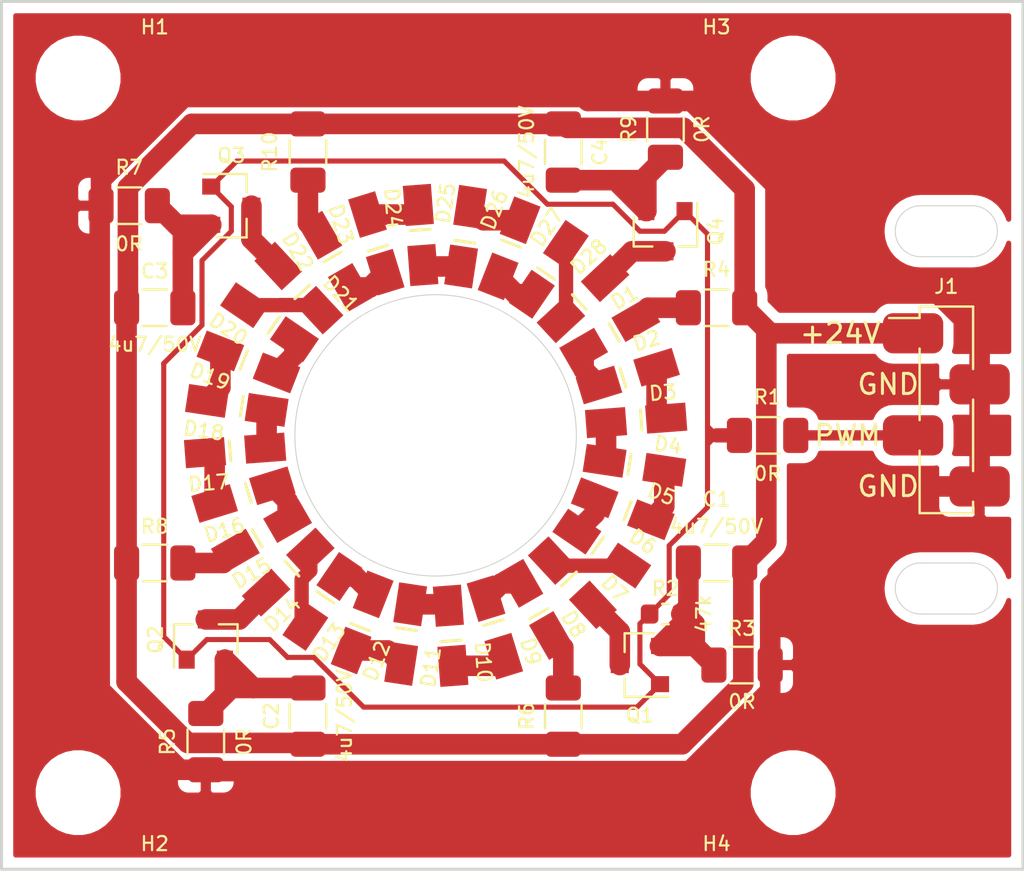
<source format=kicad_pcb>
(kicad_pcb (version 20171130) (host pcbnew 5.1.8-db9833491~87~ubuntu20.04.1)

  (general
    (thickness 1.6)
    (drawings 17)
    (tracks 178)
    (zones 0)
    (modules 51)
    (nets 41)
  )

  (page A4)
  (layers
    (0 F.Cu signal)
    (31 B.Cu signal)
    (32 B.Adhes user)
    (33 F.Adhes user)
    (34 B.Paste user)
    (35 F.Paste user)
    (36 B.SilkS user)
    (37 F.SilkS user)
    (38 B.Mask user)
    (39 F.Mask user)
    (40 Dwgs.User user)
    (41 Cmts.User user)
    (42 Eco1.User user)
    (43 Eco2.User user)
    (44 Edge.Cuts user)
    (45 Margin user)
    (46 B.CrtYd user)
    (47 F.CrtYd user)
    (48 B.Fab user)
    (49 F.Fab user)
  )

  (setup
    (last_trace_width 0.25)
    (user_trace_width 0.254)
    (user_trace_width 0.381)
    (user_trace_width 0.508)
    (user_trace_width 0.712)
    (user_trace_width 1.024)
    (trace_clearance 0.2)
    (zone_clearance 0.508)
    (zone_45_only no)
    (trace_min 0.2)
    (via_size 0.8)
    (via_drill 0.4)
    (via_min_size 0.4)
    (via_min_drill 0.3)
    (uvia_size 0.3)
    (uvia_drill 0.1)
    (uvias_allowed no)
    (uvia_min_size 0.2)
    (uvia_min_drill 0.1)
    (edge_width 0.05)
    (segment_width 0.2)
    (pcb_text_width 0.3)
    (pcb_text_size 1.5 1.5)
    (mod_edge_width 0.12)
    (mod_text_size 1 1)
    (mod_text_width 0.15)
    (pad_size 3 2)
    (pad_drill 0)
    (pad_to_mask_clearance 0)
    (aux_axis_origin 0 0)
    (visible_elements FFFFFF7F)
    (pcbplotparams
      (layerselection 0x010a0_7fffffff)
      (usegerberextensions false)
      (usegerberattributes false)
      (usegerberadvancedattributes true)
      (creategerberjobfile false)
      (excludeedgelayer true)
      (linewidth 0.100000)
      (plotframeref false)
      (viasonmask false)
      (mode 1)
      (useauxorigin false)
      (hpglpennumber 1)
      (hpglpenspeed 20)
      (hpglpendiameter 15.000000)
      (psnegative false)
      (psa4output false)
      (plotreference true)
      (plotvalue true)
      (plotinvisibletext false)
      (padsonsilk false)
      (subtractmaskfromsilk false)
      (outputformat 1)
      (mirror false)
      (drillshape 0)
      (scaleselection 1)
      (outputdirectory "boards"))
  )

  (net 0 "")
  (net 1 GND)
  (net 2 +24V)
  (net 3 "Net-(C1-Pad2)")
  (net 4 "Net-(C2-Pad2)")
  (net 5 "Net-(C3-Pad2)")
  (net 6 "Net-(C4-Pad2)")
  (net 7 "Net-(D1-Pad1)")
  (net 8 "Net-(D1-Pad2)")
  (net 9 "Net-(D2-Pad1)")
  (net 10 "Net-(D3-Pad1)")
  (net 11 "Net-(D4-Pad1)")
  (net 12 "Net-(D5-Pad1)")
  (net 13 "Net-(D6-Pad1)")
  (net 14 "Net-(D7-Pad1)")
  (net 15 "Net-(D8-Pad1)")
  (net 16 "Net-(D10-Pad2)")
  (net 17 "Net-(D10-Pad1)")
  (net 18 "Net-(D11-Pad1)")
  (net 19 "Net-(D12-Pad1)")
  (net 20 "Net-(D13-Pad1)")
  (net 21 "Net-(D14-Pad1)")
  (net 22 "Net-(D15-Pad1)")
  (net 23 "Net-(D16-Pad1)")
  (net 24 "Net-(D17-Pad1)")
  (net 25 "Net-(D18-Pad1)")
  (net 26 "Net-(D19-Pad1)")
  (net 27 "Net-(D20-Pad1)")
  (net 28 "Net-(D21-Pad1)")
  (net 29 "Net-(D22-Pad1)")
  (net 30 "Net-(D23-Pad1)")
  (net 31 "Net-(D24-Pad1)")
  (net 32 "Net-(J1-Pad3)")
  (net 33 "Net-(Q1-Pad1)")
  (net 34 "Net-(D8-Pad2)")
  (net 35 "Net-(D15-Pad2)")
  (net 36 "Net-(D22-Pad2)")
  (net 37 "Net-(D25-Pad1)")
  (net 38 "Net-(D26-Pad1)")
  (net 39 "Net-(D27-Pad1)")
  (net 40 "Net-(D28-Pad1)")

  (net_class Default "This is the default net class."
    (clearance 0.2)
    (trace_width 0.25)
    (via_dia 0.8)
    (via_drill 0.4)
    (uvia_dia 0.3)
    (uvia_drill 0.1)
    (add_net +24V)
    (add_net GND)
    (add_net "Net-(C1-Pad2)")
    (add_net "Net-(C2-Pad2)")
    (add_net "Net-(C3-Pad2)")
    (add_net "Net-(C4-Pad2)")
    (add_net "Net-(D1-Pad1)")
    (add_net "Net-(D1-Pad2)")
    (add_net "Net-(D10-Pad1)")
    (add_net "Net-(D10-Pad2)")
    (add_net "Net-(D11-Pad1)")
    (add_net "Net-(D12-Pad1)")
    (add_net "Net-(D13-Pad1)")
    (add_net "Net-(D14-Pad1)")
    (add_net "Net-(D15-Pad1)")
    (add_net "Net-(D15-Pad2)")
    (add_net "Net-(D16-Pad1)")
    (add_net "Net-(D17-Pad1)")
    (add_net "Net-(D18-Pad1)")
    (add_net "Net-(D19-Pad1)")
    (add_net "Net-(D2-Pad1)")
    (add_net "Net-(D20-Pad1)")
    (add_net "Net-(D21-Pad1)")
    (add_net "Net-(D22-Pad1)")
    (add_net "Net-(D22-Pad2)")
    (add_net "Net-(D23-Pad1)")
    (add_net "Net-(D24-Pad1)")
    (add_net "Net-(D25-Pad1)")
    (add_net "Net-(D26-Pad1)")
    (add_net "Net-(D27-Pad1)")
    (add_net "Net-(D28-Pad1)")
    (add_net "Net-(D3-Pad1)")
    (add_net "Net-(D4-Pad1)")
    (add_net "Net-(D5-Pad1)")
    (add_net "Net-(D6-Pad1)")
    (add_net "Net-(D7-Pad1)")
    (add_net "Net-(D8-Pad1)")
    (add_net "Net-(D8-Pad2)")
    (add_net "Net-(J1-Pad3)")
    (add_net "Net-(Q1-Pad1)")
  )

  (module Package_TO_SOT_SMD:SOT-23 (layer F.Cu) (tedit 5A02FF57) (tstamp 5F98548F)
    (at 187.96 87.63 180)
    (descr "SOT-23, Standard")
    (tags SOT-23)
    (path /5FC0A9EF)
    (attr smd)
    (fp_text reference Q1 (at 0 -2.5) (layer F.SilkS)
      (effects (font (size 0.7 0.7) (thickness 0.11)))
    )
    (fp_text value IRLML6344 (at 0 2.5) (layer F.Fab)
      (effects (font (size 0.7 0.7) (thickness 0.11)))
    )
    (fp_line (start -0.7 -0.95) (end -0.7 1.5) (layer F.Fab) (width 0.1))
    (fp_line (start -0.15 -1.52) (end 0.7 -1.52) (layer F.Fab) (width 0.1))
    (fp_line (start -0.7 -0.95) (end -0.15 -1.52) (layer F.Fab) (width 0.1))
    (fp_line (start 0.7 -1.52) (end 0.7 1.52) (layer F.Fab) (width 0.1))
    (fp_line (start -0.7 1.52) (end 0.7 1.52) (layer F.Fab) (width 0.1))
    (fp_line (start 0.76 1.58) (end 0.76 0.65) (layer F.SilkS) (width 0.12))
    (fp_line (start 0.76 -1.58) (end 0.76 -0.65) (layer F.SilkS) (width 0.12))
    (fp_line (start -1.7 -1.75) (end 1.7 -1.75) (layer F.CrtYd) (width 0.05))
    (fp_line (start 1.7 -1.75) (end 1.7 1.75) (layer F.CrtYd) (width 0.05))
    (fp_line (start 1.7 1.75) (end -1.7 1.75) (layer F.CrtYd) (width 0.05))
    (fp_line (start -1.7 1.75) (end -1.7 -1.75) (layer F.CrtYd) (width 0.05))
    (fp_line (start 0.76 -1.58) (end -1.4 -1.58) (layer F.SilkS) (width 0.12))
    (fp_line (start 0.76 1.58) (end -0.7 1.58) (layer F.SilkS) (width 0.12))
    (fp_text user %R (at 0 0 90) (layer F.Fab)
      (effects (font (size 0.5 0.5) (thickness 0.075)))
    )
    (pad 1 smd rect (at -1 -0.95 180) (size 0.9 0.8) (layers F.Cu F.Paste F.Mask)
      (net 33 "Net-(Q1-Pad1)"))
    (pad 2 smd rect (at -1 0.95 180) (size 0.9 0.8) (layers F.Cu F.Paste F.Mask)
      (net 3 "Net-(C1-Pad2)"))
    (pad 3 smd rect (at 1 0 180) (size 0.9 0.8) (layers F.Cu F.Paste F.Mask)
      (net 14 "Net-(D7-Pad1)"))
    (model ${KISYS3DMOD}/Package_TO_SOT_SMD.3dshapes/SOT-23.wrl
      (at (xyz 0 0 0))
      (scale (xyz 1 1 1))
      (rotate (xyz 0 0 0))
    )
  )

  (module Resistor_SMD:R_0603_1608Metric (layer F.Cu) (tedit 5B301BBD) (tstamp 5F94FE68)
    (at 189.23 85.09)
    (descr "Resistor SMD 0603 (1608 Metric), square (rectangular) end terminal, IPC_7351 nominal, (Body size source: http://www.tortai-tech.com/upload/download/2011102023233369053.pdf), generated with kicad-footprint-generator")
    (tags resistor)
    (path /5F9C80B6)
    (attr smd)
    (fp_text reference R2 (at 0 -1.27) (layer F.SilkS)
      (effects (font (size 0.7 0.7) (thickness 0.11)))
    )
    (fp_text value 47k (at 1.905 0 270) (layer F.SilkS)
      (effects (font (size 0.7 0.7) (thickness 0.11)))
    )
    (fp_line (start -0.8 0.4) (end -0.8 -0.4) (layer F.Fab) (width 0.1))
    (fp_line (start -0.8 -0.4) (end 0.8 -0.4) (layer F.Fab) (width 0.1))
    (fp_line (start 0.8 -0.4) (end 0.8 0.4) (layer F.Fab) (width 0.1))
    (fp_line (start 0.8 0.4) (end -0.8 0.4) (layer F.Fab) (width 0.1))
    (fp_line (start -0.162779 -0.51) (end 0.162779 -0.51) (layer F.SilkS) (width 0.12))
    (fp_line (start -0.162779 0.51) (end 0.162779 0.51) (layer F.SilkS) (width 0.12))
    (fp_line (start -1.48 0.73) (end -1.48 -0.73) (layer F.CrtYd) (width 0.05))
    (fp_line (start -1.48 -0.73) (end 1.48 -0.73) (layer F.CrtYd) (width 0.05))
    (fp_line (start 1.48 -0.73) (end 1.48 0.73) (layer F.CrtYd) (width 0.05))
    (fp_line (start 1.48 0.73) (end -1.48 0.73) (layer F.CrtYd) (width 0.05))
    (fp_text user %R (at 0 0) (layer F.Fab)
      (effects (font (size 0.4 0.4) (thickness 0.06)))
    )
    (pad 2 smd roundrect (at 0.7875 0) (size 0.875 0.95) (layers F.Cu F.Paste F.Mask) (roundrect_rratio 0.25)
      (net 3 "Net-(C1-Pad2)"))
    (pad 1 smd roundrect (at -0.7875 0) (size 0.875 0.95) (layers F.Cu F.Paste F.Mask) (roundrect_rratio 0.25)
      (net 33 "Net-(Q1-Pad1)"))
    (model ${KISYS3DMOD}/Resistor_SMD.3dshapes/R_0603_1608Metric.wrl
      (at (xyz 0 0 0))
      (scale (xyz 1 1 1))
      (rotate (xyz 0 0 0))
    )
  )

  (module Resistor_SMD:R_1206_3216Metric (layer F.Cu) (tedit 5B301BBD) (tstamp 5F94FE79)
    (at 191.77 69.85 180)
    (descr "Resistor SMD 1206 (3216 Metric), square (rectangular) end terminal, IPC_7351 nominal, (Body size source: http://www.tortai-tech.com/upload/download/2011102023233369053.pdf), generated with kicad-footprint-generator")
    (tags resistor)
    (path /5FA2C9CE)
    (attr smd)
    (fp_text reference R4 (at 0 1.905) (layer F.SilkS)
      (effects (font (size 0.7 0.7) (thickness 0.11)))
    )
    (fp_text value R (at 0 1.82) (layer F.Fab)
      (effects (font (size 0.7 0.7) (thickness 0.11)))
    )
    (fp_line (start -1.6 0.8) (end -1.6 -0.8) (layer F.Fab) (width 0.1))
    (fp_line (start -1.6 -0.8) (end 1.6 -0.8) (layer F.Fab) (width 0.1))
    (fp_line (start 1.6 -0.8) (end 1.6 0.8) (layer F.Fab) (width 0.1))
    (fp_line (start 1.6 0.8) (end -1.6 0.8) (layer F.Fab) (width 0.1))
    (fp_line (start -0.602064 -0.91) (end 0.602064 -0.91) (layer F.SilkS) (width 0.12))
    (fp_line (start -0.602064 0.91) (end 0.602064 0.91) (layer F.SilkS) (width 0.12))
    (fp_line (start -2.28 1.12) (end -2.28 -1.12) (layer F.CrtYd) (width 0.05))
    (fp_line (start -2.28 -1.12) (end 2.28 -1.12) (layer F.CrtYd) (width 0.05))
    (fp_line (start 2.28 -1.12) (end 2.28 1.12) (layer F.CrtYd) (width 0.05))
    (fp_line (start 2.28 1.12) (end -2.28 1.12) (layer F.CrtYd) (width 0.05))
    (fp_text user %R (at 0 0) (layer F.Fab)
      (effects (font (size 0.8 0.8) (thickness 0.12)))
    )
    (pad 2 smd roundrect (at 1.4 0 180) (size 1.25 1.75) (layers F.Cu F.Paste F.Mask) (roundrect_rratio 0.2)
      (net 8 "Net-(D1-Pad2)"))
    (pad 1 smd roundrect (at -1.4 0 180) (size 1.25 1.75) (layers F.Cu F.Paste F.Mask) (roundrect_rratio 0.2)
      (net 2 +24V))
    (model ${KISYS3DMOD}/Resistor_SMD.3dshapes/R_1206_3216Metric.wrl
      (at (xyz 0 0 0))
      (scale (xyz 1 1 1))
      (rotate (xyz 0 0 0))
    )
  )

  (module Resistor_SMD:R_1206_3216Metric (layer F.Cu) (tedit 5B301BBD) (tstamp 5F9858EF)
    (at 184.15 90.17 90)
    (descr "Resistor SMD 1206 (3216 Metric), square (rectangular) end terminal, IPC_7351 nominal, (Body size source: http://www.tortai-tech.com/upload/download/2011102023233369053.pdf), generated with kicad-footprint-generator")
    (tags resistor)
    (path /5FA2D018)
    (attr smd)
    (fp_text reference R6 (at 0 -1.82 90) (layer F.SilkS)
      (effects (font (size 0.7 0.7) (thickness 0.11)))
    )
    (fp_text value R (at 0 1.82 90) (layer F.Fab)
      (effects (font (size 0.7 0.7) (thickness 0.11)))
    )
    (fp_line (start 2.28 1.12) (end -2.28 1.12) (layer F.CrtYd) (width 0.05))
    (fp_line (start 2.28 -1.12) (end 2.28 1.12) (layer F.CrtYd) (width 0.05))
    (fp_line (start -2.28 -1.12) (end 2.28 -1.12) (layer F.CrtYd) (width 0.05))
    (fp_line (start -2.28 1.12) (end -2.28 -1.12) (layer F.CrtYd) (width 0.05))
    (fp_line (start -0.602064 0.91) (end 0.602064 0.91) (layer F.SilkS) (width 0.12))
    (fp_line (start -0.602064 -0.91) (end 0.602064 -0.91) (layer F.SilkS) (width 0.12))
    (fp_line (start 1.6 0.8) (end -1.6 0.8) (layer F.Fab) (width 0.1))
    (fp_line (start 1.6 -0.8) (end 1.6 0.8) (layer F.Fab) (width 0.1))
    (fp_line (start -1.6 -0.8) (end 1.6 -0.8) (layer F.Fab) (width 0.1))
    (fp_line (start -1.6 0.8) (end -1.6 -0.8) (layer F.Fab) (width 0.1))
    (fp_text user %R (at 0 0 90) (layer F.Fab)
      (effects (font (size 0.8 0.8) (thickness 0.12)))
    )
    (pad 1 smd roundrect (at -1.4 0 90) (size 1.25 1.75) (layers F.Cu F.Paste F.Mask) (roundrect_rratio 0.2)
      (net 2 +24V))
    (pad 2 smd roundrect (at 1.4 0 90) (size 1.25 1.75) (layers F.Cu F.Paste F.Mask) (roundrect_rratio 0.2)
      (net 34 "Net-(D8-Pad2)"))
    (model ${KISYS3DMOD}/Resistor_SMD.3dshapes/R_1206_3216Metric.wrl
      (at (xyz 0 0 0))
      (scale (xyz 1 1 1))
      (rotate (xyz 0 0 0))
    )
  )

  (module Resistor_SMD:R_1206_3216Metric (layer F.Cu) (tedit 5B301BBD) (tstamp 5F984E3E)
    (at 163.83 82.55)
    (descr "Resistor SMD 1206 (3216 Metric), square (rectangular) end terminal, IPC_7351 nominal, (Body size source: http://www.tortai-tech.com/upload/download/2011102023233369053.pdf), generated with kicad-footprint-generator")
    (tags resistor)
    (path /5FA2D421)
    (attr smd)
    (fp_text reference R8 (at 0 -1.82) (layer F.SilkS)
      (effects (font (size 0.7 0.7) (thickness 0.11)))
    )
    (fp_text value R (at 0 1.82) (layer F.Fab)
      (effects (font (size 0.7 0.7) (thickness 0.11)))
    )
    (fp_line (start -1.6 0.8) (end -1.6 -0.8) (layer F.Fab) (width 0.1))
    (fp_line (start -1.6 -0.8) (end 1.6 -0.8) (layer F.Fab) (width 0.1))
    (fp_line (start 1.6 -0.8) (end 1.6 0.8) (layer F.Fab) (width 0.1))
    (fp_line (start 1.6 0.8) (end -1.6 0.8) (layer F.Fab) (width 0.1))
    (fp_line (start -0.602064 -0.91) (end 0.602064 -0.91) (layer F.SilkS) (width 0.12))
    (fp_line (start -0.602064 0.91) (end 0.602064 0.91) (layer F.SilkS) (width 0.12))
    (fp_line (start -2.28 1.12) (end -2.28 -1.12) (layer F.CrtYd) (width 0.05))
    (fp_line (start -2.28 -1.12) (end 2.28 -1.12) (layer F.CrtYd) (width 0.05))
    (fp_line (start 2.28 -1.12) (end 2.28 1.12) (layer F.CrtYd) (width 0.05))
    (fp_line (start 2.28 1.12) (end -2.28 1.12) (layer F.CrtYd) (width 0.05))
    (fp_text user %R (at 0 0) (layer F.Fab)
      (effects (font (size 0.8 0.8) (thickness 0.12)))
    )
    (pad 2 smd roundrect (at 1.4 0) (size 1.25 1.75) (layers F.Cu F.Paste F.Mask) (roundrect_rratio 0.2)
      (net 35 "Net-(D15-Pad2)"))
    (pad 1 smd roundrect (at -1.4 0) (size 1.25 1.75) (layers F.Cu F.Paste F.Mask) (roundrect_rratio 0.2)
      (net 2 +24V))
    (model ${KISYS3DMOD}/Resistor_SMD.3dshapes/R_1206_3216Metric.wrl
      (at (xyz 0 0 0))
      (scale (xyz 1 1 1))
      (rotate (xyz 0 0 0))
    )
  )

  (module Resistor_SMD:R_1206_3216Metric (layer F.Cu) (tedit 5B301BBD) (tstamp 5F984C9B)
    (at 171.45 62.1 270)
    (descr "Resistor SMD 1206 (3216 Metric), square (rectangular) end terminal, IPC_7351 nominal, (Body size source: http://www.tortai-tech.com/upload/download/2011102023233369053.pdf), generated with kicad-footprint-generator")
    (tags resistor)
    (path /5FA2D945)
    (attr smd)
    (fp_text reference R10 (at 0 1.905 90) (layer F.SilkS)
      (effects (font (size 0.7 0.7) (thickness 0.11)))
    )
    (fp_text value R (at 0 1.82 90) (layer F.Fab)
      (effects (font (size 0.7 0.7) (thickness 0.11)))
    )
    (fp_line (start 2.28 1.12) (end -2.28 1.12) (layer F.CrtYd) (width 0.05))
    (fp_line (start 2.28 -1.12) (end 2.28 1.12) (layer F.CrtYd) (width 0.05))
    (fp_line (start -2.28 -1.12) (end 2.28 -1.12) (layer F.CrtYd) (width 0.05))
    (fp_line (start -2.28 1.12) (end -2.28 -1.12) (layer F.CrtYd) (width 0.05))
    (fp_line (start -0.602064 0.91) (end 0.602064 0.91) (layer F.SilkS) (width 0.12))
    (fp_line (start -0.602064 -0.91) (end 0.602064 -0.91) (layer F.SilkS) (width 0.12))
    (fp_line (start 1.6 0.8) (end -1.6 0.8) (layer F.Fab) (width 0.1))
    (fp_line (start 1.6 -0.8) (end 1.6 0.8) (layer F.Fab) (width 0.1))
    (fp_line (start -1.6 -0.8) (end 1.6 -0.8) (layer F.Fab) (width 0.1))
    (fp_line (start -1.6 0.8) (end -1.6 -0.8) (layer F.Fab) (width 0.1))
    (fp_text user %R (at 0 0 90) (layer F.Fab)
      (effects (font (size 0.8 0.8) (thickness 0.12)))
    )
    (pad 1 smd roundrect (at -1.4 0 270) (size 1.25 1.75) (layers F.Cu F.Paste F.Mask) (roundrect_rratio 0.2)
      (net 2 +24V))
    (pad 2 smd roundrect (at 1.4 0 270) (size 1.25 1.75) (layers F.Cu F.Paste F.Mask) (roundrect_rratio 0.2)
      (net 36 "Net-(D22-Pad2)"))
    (model ${KISYS3DMOD}/Resistor_SMD.3dshapes/R_1206_3216Metric.wrl
      (at (xyz 0 0 0))
      (scale (xyz 1 1 1))
      (rotate (xyz 0 0 0))
    )
  )

  (module Capacitor_SMD:C_1206_3216Metric (layer F.Cu) (tedit 5B301BBE) (tstamp 5F9855DF)
    (at 191.77 82.55 180)
    (descr "Capacitor SMD 1206 (3216 Metric), square (rectangular) end terminal, IPC_7351 nominal, (Body size source: http://www.tortai-tech.com/upload/download/2011102023233369053.pdf), generated with kicad-footprint-generator")
    (tags capacitor)
    (path /5FBA3E42)
    (attr smd)
    (fp_text reference C1 (at 0 3.175) (layer F.SilkS)
      (effects (font (size 0.7 0.7) (thickness 0.11)))
    )
    (fp_text value 4u7/50V (at 0 1.82) (layer F.SilkS)
      (effects (font (size 0.7 0.7) (thickness 0.11)))
    )
    (fp_line (start -1.6 0.8) (end -1.6 -0.8) (layer F.Fab) (width 0.1))
    (fp_line (start -1.6 -0.8) (end 1.6 -0.8) (layer F.Fab) (width 0.1))
    (fp_line (start 1.6 -0.8) (end 1.6 0.8) (layer F.Fab) (width 0.1))
    (fp_line (start 1.6 0.8) (end -1.6 0.8) (layer F.Fab) (width 0.1))
    (fp_line (start -0.602064 -0.91) (end 0.602064 -0.91) (layer F.SilkS) (width 0.12))
    (fp_line (start -0.602064 0.91) (end 0.602064 0.91) (layer F.SilkS) (width 0.12))
    (fp_line (start -2.28 1.12) (end -2.28 -1.12) (layer F.CrtYd) (width 0.05))
    (fp_line (start -2.28 -1.12) (end 2.28 -1.12) (layer F.CrtYd) (width 0.05))
    (fp_line (start 2.28 -1.12) (end 2.28 1.12) (layer F.CrtYd) (width 0.05))
    (fp_line (start 2.28 1.12) (end -2.28 1.12) (layer F.CrtYd) (width 0.05))
    (fp_text user %R (at 0 0) (layer F.Fab)
      (effects (font (size 0.8 0.8) (thickness 0.12)))
    )
    (pad 1 smd roundrect (at -1.4 0 180) (size 1.25 1.75) (layers F.Cu F.Paste F.Mask) (roundrect_rratio 0.2)
      (net 2 +24V))
    (pad 2 smd roundrect (at 1.4 0 180) (size 1.25 1.75) (layers F.Cu F.Paste F.Mask) (roundrect_rratio 0.2)
      (net 3 "Net-(C1-Pad2)"))
    (model ${KISYS3DMOD}/Capacitor_SMD.3dshapes/C_1206_3216Metric.wrl
      (at (xyz 0 0 0))
      (scale (xyz 1 1 1))
      (rotate (xyz 0 0 0))
    )
  )

  (module Capacitor_SMD:C_1206_3216Metric (layer F.Cu) (tedit 5B301BBE) (tstamp 5F9819D7)
    (at 171.45 90.17 90)
    (descr "Capacitor SMD 1206 (3216 Metric), square (rectangular) end terminal, IPC_7351 nominal, (Body size source: http://www.tortai-tech.com/upload/download/2011102023233369053.pdf), generated with kicad-footprint-generator")
    (tags capacitor)
    (path /5FC0EDA7)
    (attr smd)
    (fp_text reference C2 (at 0 -1.82 90) (layer F.SilkS)
      (effects (font (size 0.7 0.7) (thickness 0.11)))
    )
    (fp_text value 4u7/50V (at 0 1.82 90) (layer F.SilkS)
      (effects (font (size 0.7 0.7) (thickness 0.11)))
    )
    (fp_line (start 2.28 1.12) (end -2.28 1.12) (layer F.CrtYd) (width 0.05))
    (fp_line (start 2.28 -1.12) (end 2.28 1.12) (layer F.CrtYd) (width 0.05))
    (fp_line (start -2.28 -1.12) (end 2.28 -1.12) (layer F.CrtYd) (width 0.05))
    (fp_line (start -2.28 1.12) (end -2.28 -1.12) (layer F.CrtYd) (width 0.05))
    (fp_line (start -0.602064 0.91) (end 0.602064 0.91) (layer F.SilkS) (width 0.12))
    (fp_line (start -0.602064 -0.91) (end 0.602064 -0.91) (layer F.SilkS) (width 0.12))
    (fp_line (start 1.6 0.8) (end -1.6 0.8) (layer F.Fab) (width 0.1))
    (fp_line (start 1.6 -0.8) (end 1.6 0.8) (layer F.Fab) (width 0.1))
    (fp_line (start -1.6 -0.8) (end 1.6 -0.8) (layer F.Fab) (width 0.1))
    (fp_line (start -1.6 0.8) (end -1.6 -0.8) (layer F.Fab) (width 0.1))
    (fp_text user %R (at 0 0 90) (layer F.Fab)
      (effects (font (size 0.8 0.8) (thickness 0.12)))
    )
    (pad 2 smd roundrect (at 1.4 0 90) (size 1.25 1.75) (layers F.Cu F.Paste F.Mask) (roundrect_rratio 0.2)
      (net 4 "Net-(C2-Pad2)"))
    (pad 1 smd roundrect (at -1.4 0 90) (size 1.25 1.75) (layers F.Cu F.Paste F.Mask) (roundrect_rratio 0.2)
      (net 2 +24V))
    (model ${KISYS3DMOD}/Capacitor_SMD.3dshapes/C_1206_3216Metric.wrl
      (at (xyz 0 0 0))
      (scale (xyz 1 1 1))
      (rotate (xyz 0 0 0))
    )
  )

  (module Capacitor_SMD:C_1206_3216Metric (layer F.Cu) (tedit 5B301BBE) (tstamp 5F9819E8)
    (at 163.83 69.85)
    (descr "Capacitor SMD 1206 (3216 Metric), square (rectangular) end terminal, IPC_7351 nominal, (Body size source: http://www.tortai-tech.com/upload/download/2011102023233369053.pdf), generated with kicad-footprint-generator")
    (tags capacitor)
    (path /5FC0F353)
    (attr smd)
    (fp_text reference C3 (at 0 -1.82) (layer F.SilkS)
      (effects (font (size 0.7 0.7) (thickness 0.11)))
    )
    (fp_text value 4u7/50V (at 0 1.82) (layer F.SilkS)
      (effects (font (size 0.7 0.7) (thickness 0.11)))
    )
    (fp_line (start -1.6 0.8) (end -1.6 -0.8) (layer F.Fab) (width 0.1))
    (fp_line (start -1.6 -0.8) (end 1.6 -0.8) (layer F.Fab) (width 0.1))
    (fp_line (start 1.6 -0.8) (end 1.6 0.8) (layer F.Fab) (width 0.1))
    (fp_line (start 1.6 0.8) (end -1.6 0.8) (layer F.Fab) (width 0.1))
    (fp_line (start -0.602064 -0.91) (end 0.602064 -0.91) (layer F.SilkS) (width 0.12))
    (fp_line (start -0.602064 0.91) (end 0.602064 0.91) (layer F.SilkS) (width 0.12))
    (fp_line (start -2.28 1.12) (end -2.28 -1.12) (layer F.CrtYd) (width 0.05))
    (fp_line (start -2.28 -1.12) (end 2.28 -1.12) (layer F.CrtYd) (width 0.05))
    (fp_line (start 2.28 -1.12) (end 2.28 1.12) (layer F.CrtYd) (width 0.05))
    (fp_line (start 2.28 1.12) (end -2.28 1.12) (layer F.CrtYd) (width 0.05))
    (fp_text user %R (at 0 0) (layer F.Fab)
      (effects (font (size 0.8 0.8) (thickness 0.12)))
    )
    (pad 1 smd roundrect (at -1.4 0) (size 1.25 1.75) (layers F.Cu F.Paste F.Mask) (roundrect_rratio 0.2)
      (net 2 +24V))
    (pad 2 smd roundrect (at 1.4 0) (size 1.25 1.75) (layers F.Cu F.Paste F.Mask) (roundrect_rratio 0.2)
      (net 5 "Net-(C3-Pad2)"))
    (model ${KISYS3DMOD}/Capacitor_SMD.3dshapes/C_1206_3216Metric.wrl
      (at (xyz 0 0 0))
      (scale (xyz 1 1 1))
      (rotate (xyz 0 0 0))
    )
  )

  (module Capacitor_SMD:C_1206_3216Metric (layer F.Cu) (tedit 5B301BBE) (tstamp 5F9819F9)
    (at 184.15 62.1 270)
    (descr "Capacitor SMD 1206 (3216 Metric), square (rectangular) end terminal, IPC_7351 nominal, (Body size source: http://www.tortai-tech.com/upload/download/2011102023233369053.pdf), generated with kicad-footprint-generator")
    (tags capacitor)
    (path /5FC0F77A)
    (attr smd)
    (fp_text reference C4 (at 0 -1.82 90) (layer F.SilkS)
      (effects (font (size 0.7 0.7) (thickness 0.11)))
    )
    (fp_text value 4u7/50V (at 0 1.82 90) (layer F.SilkS)
      (effects (font (size 0.7 0.7) (thickness 0.11)))
    )
    (fp_line (start 2.28 1.12) (end -2.28 1.12) (layer F.CrtYd) (width 0.05))
    (fp_line (start 2.28 -1.12) (end 2.28 1.12) (layer F.CrtYd) (width 0.05))
    (fp_line (start -2.28 -1.12) (end 2.28 -1.12) (layer F.CrtYd) (width 0.05))
    (fp_line (start -2.28 1.12) (end -2.28 -1.12) (layer F.CrtYd) (width 0.05))
    (fp_line (start -0.602064 0.91) (end 0.602064 0.91) (layer F.SilkS) (width 0.12))
    (fp_line (start -0.602064 -0.91) (end 0.602064 -0.91) (layer F.SilkS) (width 0.12))
    (fp_line (start 1.6 0.8) (end -1.6 0.8) (layer F.Fab) (width 0.1))
    (fp_line (start 1.6 -0.8) (end 1.6 0.8) (layer F.Fab) (width 0.1))
    (fp_line (start -1.6 -0.8) (end 1.6 -0.8) (layer F.Fab) (width 0.1))
    (fp_line (start -1.6 0.8) (end -1.6 -0.8) (layer F.Fab) (width 0.1))
    (fp_text user %R (at 0 0 90) (layer F.Fab)
      (effects (font (size 0.8 0.8) (thickness 0.12)))
    )
    (pad 2 smd roundrect (at 1.4 0 270) (size 1.25 1.75) (layers F.Cu F.Paste F.Mask) (roundrect_rratio 0.2)
      (net 6 "Net-(C4-Pad2)"))
    (pad 1 smd roundrect (at -1.4 0 270) (size 1.25 1.75) (layers F.Cu F.Paste F.Mask) (roundrect_rratio 0.2)
      (net 2 +24V))
    (model ${KISYS3DMOD}/Capacitor_SMD.3dshapes/C_1206_3216Metric.wrl
      (at (xyz 0 0 0))
      (scale (xyz 1 1 1))
      (rotate (xyz 0 0 0))
    )
  )

  (module MountingHole:MountingHole_3.2mm_M3 (layer F.Cu) (tedit 56D1B4CB) (tstamp 5F9860B6)
    (at 160.02 58.42)
    (descr "Mounting Hole 3.2mm, no annular, M3")
    (tags "mounting hole 3.2mm no annular m3")
    (path /5FBA0CBA)
    (attr virtual)
    (fp_text reference H1 (at 3.81 -2.54) (layer F.SilkS)
      (effects (font (size 0.7 0.7) (thickness 0.11)))
    )
    (fp_text value 3mm (at 0 4.2) (layer F.Fab)
      (effects (font (size 0.7 0.7) (thickness 0.11)))
    )
    (fp_circle (center 0 0) (end 3.45 0) (layer F.CrtYd) (width 0.05))
    (fp_circle (center 0 0) (end 3.2 0) (layer Cmts.User) (width 0.15))
    (fp_text user %R (at 0.3 0) (layer F.Fab)
      (effects (font (size 0.7 0.7) (thickness 0.11)))
    )
    (pad 1 np_thru_hole circle (at 0 0) (size 3.2 3.2) (drill 3.2) (layers *.Cu *.Mask))
  )

  (module MountingHole:MountingHole_3.2mm_M3 (layer F.Cu) (tedit 56D1B4CB) (tstamp 5F981A29)
    (at 160.02 93.98)
    (descr "Mounting Hole 3.2mm, no annular, M3")
    (tags "mounting hole 3.2mm no annular m3")
    (path /5FBA2E99)
    (attr virtual)
    (fp_text reference H2 (at 3.81 2.54) (layer F.SilkS)
      (effects (font (size 0.7 0.7) (thickness 0.11)))
    )
    (fp_text value 3mm (at 0 4.2) (layer F.Fab)
      (effects (font (size 0.7 0.7) (thickness 0.11)))
    )
    (fp_circle (center 0 0) (end 3.2 0) (layer Cmts.User) (width 0.15))
    (fp_circle (center 0 0) (end 3.45 0) (layer F.CrtYd) (width 0.05))
    (fp_text user %R (at 0.3 0) (layer F.Fab)
      (effects (font (size 0.7 0.7) (thickness 0.11)))
    )
    (pad 1 np_thru_hole circle (at 0 0) (size 3.2 3.2) (drill 3.2) (layers *.Cu *.Mask))
  )

  (module MountingHole:MountingHole_3.2mm_M3 (layer F.Cu) (tedit 56D1B4CB) (tstamp 5F981A31)
    (at 195.58 58.42)
    (descr "Mounting Hole 3.2mm, no annular, M3")
    (tags "mounting hole 3.2mm no annular m3")
    (path /5FBA2182)
    (attr virtual)
    (fp_text reference H3 (at -3.81 -2.54) (layer F.SilkS)
      (effects (font (size 0.7 0.7) (thickness 0.11)))
    )
    (fp_text value 3mm (at 0 4.2) (layer F.Fab)
      (effects (font (size 0.7 0.7) (thickness 0.11)))
    )
    (fp_circle (center 0 0) (end 3.2 0) (layer Cmts.User) (width 0.15))
    (fp_circle (center 0 0) (end 3.45 0) (layer F.CrtYd) (width 0.05))
    (fp_text user %R (at 0.3 0) (layer F.Fab)
      (effects (font (size 0.7 0.7) (thickness 0.11)))
    )
    (pad 1 np_thru_hole circle (at 0 0) (size 3.2 3.2) (drill 3.2) (layers *.Cu *.Mask))
  )

  (module MountingHole:MountingHole_3.2mm_M3 (layer F.Cu) (tedit 56D1B4CB) (tstamp 5F981A39)
    (at 195.58 93.98)
    (descr "Mounting Hole 3.2mm, no annular, M3")
    (tags "mounting hole 3.2mm no annular m3")
    (path /5FBA3424)
    (attr virtual)
    (fp_text reference H4 (at -3.81 2.54) (layer F.SilkS)
      (effects (font (size 0.7 0.7) (thickness 0.11)))
    )
    (fp_text value 3mm (at 0 4.2) (layer F.Fab)
      (effects (font (size 0.7 0.7) (thickness 0.11)))
    )
    (fp_circle (center 0 0) (end 3.45 0) (layer F.CrtYd) (width 0.05))
    (fp_circle (center 0 0) (end 3.2 0) (layer Cmts.User) (width 0.15))
    (fp_text user %R (at 0.3 0) (layer F.Fab)
      (effects (font (size 0.7 0.7) (thickness 0.11)))
    )
    (pad 1 np_thru_hole circle (at 0 0) (size 3.2 3.2) (drill 3.2) (layers *.Cu *.Mask))
  )

  (module Connector_PinHeader_2.54mm:PinHeader_1x04_P2.54mm_Vertical_SMD_Pin1Left (layer F.Cu) (tedit 5F9842B2) (tstamp 5F983953)
    (at 203.2 74.93)
    (descr "surface-mounted straight pin header, 1x04, 2.54mm pitch, single row, style 1 (pin 1 left)")
    (tags "Surface mounted pin header SMD 1x04 2.54mm single row style1 pin1 left")
    (path /5FB7FE15)
    (attr smd)
    (fp_text reference J1 (at 0 -6.14) (layer F.SilkS)
      (effects (font (size 0.7 0.7) (thickness 0.11)))
    )
    (fp_text value Conn_01x04 (at 0 6.14) (layer F.Fab)
      (effects (font (size 0.7 0.7) (thickness 0.11)))
    )
    (fp_line (start 1.27 5.08) (end -1.27 5.08) (layer F.Fab) (width 0.1))
    (fp_line (start -0.32 -5.08) (end 1.27 -5.08) (layer F.Fab) (width 0.1))
    (fp_line (start -1.27 5.08) (end -1.27 -4.13) (layer F.Fab) (width 0.1))
    (fp_line (start -1.27 -4.13) (end -0.32 -5.08) (layer F.Fab) (width 0.1))
    (fp_line (start 1.27 -5.08) (end 1.27 5.08) (layer F.Fab) (width 0.1))
    (fp_line (start -1.27 -4.13) (end -2.54 -4.13) (layer F.Fab) (width 0.1))
    (fp_line (start -2.54 -4.13) (end -2.54 -3.49) (layer F.Fab) (width 0.1))
    (fp_line (start -2.54 -3.49) (end -1.27 -3.49) (layer F.Fab) (width 0.1))
    (fp_line (start -1.27 0.95) (end -2.54 0.95) (layer F.Fab) (width 0.1))
    (fp_line (start -2.54 0.95) (end -2.54 1.59) (layer F.Fab) (width 0.1))
    (fp_line (start -2.54 1.59) (end -1.27 1.59) (layer F.Fab) (width 0.1))
    (fp_line (start 1.27 -1.59) (end 2.54 -1.59) (layer F.Fab) (width 0.1))
    (fp_line (start 2.54 -1.59) (end 2.54 -0.95) (layer F.Fab) (width 0.1))
    (fp_line (start 2.54 -0.95) (end 1.27 -0.95) (layer F.Fab) (width 0.1))
    (fp_line (start 1.27 3.49) (end 2.54 3.49) (layer F.Fab) (width 0.1))
    (fp_line (start 2.54 3.49) (end 2.54 4.13) (layer F.Fab) (width 0.1))
    (fp_line (start 2.54 4.13) (end 1.27 4.13) (layer F.Fab) (width 0.1))
    (fp_line (start -1.33 -5.14) (end 1.33 -5.14) (layer F.SilkS) (width 0.12))
    (fp_line (start -1.33 5.14) (end 1.33 5.14) (layer F.SilkS) (width 0.12))
    (fp_line (start 1.33 -5.14) (end 1.33 -2.03) (layer F.SilkS) (width 0.12))
    (fp_line (start -1.33 -4.57) (end -2.85 -4.57) (layer F.SilkS) (width 0.12))
    (fp_line (start -1.33 -5.14) (end -1.33 -4.57) (layer F.SilkS) (width 0.12))
    (fp_line (start 1.33 4.57) (end 1.33 5.14) (layer F.SilkS) (width 0.12))
    (fp_line (start 1.33 -0.51) (end 1.33 3.05) (layer F.SilkS) (width 0.12))
    (fp_line (start -1.33 -3.05) (end -1.33 0.51) (layer F.SilkS) (width 0.12))
    (fp_line (start -1.33 2.03) (end -1.33 5.14) (layer F.SilkS) (width 0.12))
    (fp_line (start -3.45 -5.6) (end -3.45 5.6) (layer F.CrtYd) (width 0.05))
    (fp_line (start -3.45 5.6) (end 3.45 5.6) (layer F.CrtYd) (width 0.05))
    (fp_line (start 3.45 5.6) (end 3.45 -5.6) (layer F.CrtYd) (width 0.05))
    (fp_line (start 3.45 -5.6) (end -3.45 -5.6) (layer F.CrtYd) (width 0.05))
    (fp_text user %R (at 0 0 90) (layer F.Fab)
      (effects (font (size 0.7 0.7) (thickness 0.11)))
    )
    (pad 1 smd roundrect (at -1.655 -3.81) (size 3 2) (layers F.Cu F.Paste F.Mask) (roundrect_rratio 0.25)
      (net 2 +24V))
    (pad 3 smd roundrect (at -1.655 1.27) (size 3 2) (layers F.Cu F.Paste F.Mask) (roundrect_rratio 0.25)
      (net 32 "Net-(J1-Pad3)"))
    (pad 2 smd roundrect (at 1.655 -1.27) (size 3 2) (layers F.Cu F.Paste F.Mask) (roundrect_rratio 0.25)
      (net 1 GND))
    (pad 4 smd roundrect (at 1.655 3.81) (size 3 2) (layers F.Cu F.Paste F.Mask) (roundrect_rratio 0.25)
      (net 1 GND))
  )

  (module Package_TO_SOT_SMD:SOT-23 (layer F.Cu) (tedit 5A02FF57) (tstamp 5F981A8A)
    (at 166.37 86.36 90)
    (descr "SOT-23, Standard")
    (tags SOT-23)
    (path /5FC0893D)
    (attr smd)
    (fp_text reference Q2 (at 0 -2.5 90) (layer F.SilkS)
      (effects (font (size 0.7 0.7) (thickness 0.11)))
    )
    (fp_text value IRLML6344 (at 0 2.5 90) (layer F.Fab)
      (effects (font (size 0.7 0.7) (thickness 0.11)))
    )
    (fp_line (start 0.76 1.58) (end -0.7 1.58) (layer F.SilkS) (width 0.12))
    (fp_line (start 0.76 -1.58) (end -1.4 -1.58) (layer F.SilkS) (width 0.12))
    (fp_line (start -1.7 1.75) (end -1.7 -1.75) (layer F.CrtYd) (width 0.05))
    (fp_line (start 1.7 1.75) (end -1.7 1.75) (layer F.CrtYd) (width 0.05))
    (fp_line (start 1.7 -1.75) (end 1.7 1.75) (layer F.CrtYd) (width 0.05))
    (fp_line (start -1.7 -1.75) (end 1.7 -1.75) (layer F.CrtYd) (width 0.05))
    (fp_line (start 0.76 -1.58) (end 0.76 -0.65) (layer F.SilkS) (width 0.12))
    (fp_line (start 0.76 1.58) (end 0.76 0.65) (layer F.SilkS) (width 0.12))
    (fp_line (start -0.7 1.52) (end 0.7 1.52) (layer F.Fab) (width 0.1))
    (fp_line (start 0.7 -1.52) (end 0.7 1.52) (layer F.Fab) (width 0.1))
    (fp_line (start -0.7 -0.95) (end -0.15 -1.52) (layer F.Fab) (width 0.1))
    (fp_line (start -0.15 -1.52) (end 0.7 -1.52) (layer F.Fab) (width 0.1))
    (fp_line (start -0.7 -0.95) (end -0.7 1.5) (layer F.Fab) (width 0.1))
    (fp_text user %R (at 0 0) (layer F.Fab)
      (effects (font (size 0.5 0.5) (thickness 0.075)))
    )
    (pad 3 smd rect (at 1 0 90) (size 0.9 0.8) (layers F.Cu F.Paste F.Mask)
      (net 21 "Net-(D14-Pad1)"))
    (pad 2 smd rect (at -1 0.95 90) (size 0.9 0.8) (layers F.Cu F.Paste F.Mask)
      (net 4 "Net-(C2-Pad2)"))
    (pad 1 smd rect (at -1 -0.95 90) (size 0.9 0.8) (layers F.Cu F.Paste F.Mask)
      (net 33 "Net-(Q1-Pad1)"))
    (model ${KISYS3DMOD}/Package_TO_SOT_SMD.3dshapes/SOT-23.wrl
      (at (xyz 0 0 0))
      (scale (xyz 1 1 1))
      (rotate (xyz 0 0 0))
    )
  )

  (module Package_TO_SOT_SMD:SOT-23 (layer F.Cu) (tedit 5A02FF57) (tstamp 5F981A9F)
    (at 167.64 64.77)
    (descr "SOT-23, Standard")
    (tags SOT-23)
    (path /5FC0B58B)
    (attr smd)
    (fp_text reference Q3 (at 0 -2.5) (layer F.SilkS)
      (effects (font (size 0.7 0.7) (thickness 0.11)))
    )
    (fp_text value IRLML6344 (at 0 2.5) (layer F.Fab)
      (effects (font (size 0.7 0.7) (thickness 0.11)))
    )
    (fp_line (start 0.76 1.58) (end -0.7 1.58) (layer F.SilkS) (width 0.12))
    (fp_line (start 0.76 -1.58) (end -1.4 -1.58) (layer F.SilkS) (width 0.12))
    (fp_line (start -1.7 1.75) (end -1.7 -1.75) (layer F.CrtYd) (width 0.05))
    (fp_line (start 1.7 1.75) (end -1.7 1.75) (layer F.CrtYd) (width 0.05))
    (fp_line (start 1.7 -1.75) (end 1.7 1.75) (layer F.CrtYd) (width 0.05))
    (fp_line (start -1.7 -1.75) (end 1.7 -1.75) (layer F.CrtYd) (width 0.05))
    (fp_line (start 0.76 -1.58) (end 0.76 -0.65) (layer F.SilkS) (width 0.12))
    (fp_line (start 0.76 1.58) (end 0.76 0.65) (layer F.SilkS) (width 0.12))
    (fp_line (start -0.7 1.52) (end 0.7 1.52) (layer F.Fab) (width 0.1))
    (fp_line (start 0.7 -1.52) (end 0.7 1.52) (layer F.Fab) (width 0.1))
    (fp_line (start -0.7 -0.95) (end -0.15 -1.52) (layer F.Fab) (width 0.1))
    (fp_line (start -0.15 -1.52) (end 0.7 -1.52) (layer F.Fab) (width 0.1))
    (fp_line (start -0.7 -0.95) (end -0.7 1.5) (layer F.Fab) (width 0.1))
    (fp_text user %R (at 0 0 90) (layer F.Fab)
      (effects (font (size 0.5 0.5) (thickness 0.075)))
    )
    (pad 3 smd rect (at 1 0) (size 0.9 0.8) (layers F.Cu F.Paste F.Mask)
      (net 28 "Net-(D21-Pad1)"))
    (pad 2 smd rect (at -1 0.95) (size 0.9 0.8) (layers F.Cu F.Paste F.Mask)
      (net 5 "Net-(C3-Pad2)"))
    (pad 1 smd rect (at -1 -0.95) (size 0.9 0.8) (layers F.Cu F.Paste F.Mask)
      (net 33 "Net-(Q1-Pad1)"))
    (model ${KISYS3DMOD}/Package_TO_SOT_SMD.3dshapes/SOT-23.wrl
      (at (xyz 0 0 0))
      (scale (xyz 1 1 1))
      (rotate (xyz 0 0 0))
    )
  )

  (module Package_TO_SOT_SMD:SOT-23 (layer F.Cu) (tedit 5A02FF57) (tstamp 5F9857D5)
    (at 189.23 66.04 270)
    (descr "SOT-23, Standard")
    (tags SOT-23)
    (path /5FC0CE92)
    (attr smd)
    (fp_text reference Q4 (at 0 -2.5 90) (layer F.SilkS)
      (effects (font (size 0.7 0.7) (thickness 0.11)))
    )
    (fp_text value IRLML6344 (at 0 2.5 90) (layer F.Fab)
      (effects (font (size 0.7 0.7) (thickness 0.11)))
    )
    (fp_line (start -0.7 -0.95) (end -0.7 1.5) (layer F.Fab) (width 0.1))
    (fp_line (start -0.15 -1.52) (end 0.7 -1.52) (layer F.Fab) (width 0.1))
    (fp_line (start -0.7 -0.95) (end -0.15 -1.52) (layer F.Fab) (width 0.1))
    (fp_line (start 0.7 -1.52) (end 0.7 1.52) (layer F.Fab) (width 0.1))
    (fp_line (start -0.7 1.52) (end 0.7 1.52) (layer F.Fab) (width 0.1))
    (fp_line (start 0.76 1.58) (end 0.76 0.65) (layer F.SilkS) (width 0.12))
    (fp_line (start 0.76 -1.58) (end 0.76 -0.65) (layer F.SilkS) (width 0.12))
    (fp_line (start -1.7 -1.75) (end 1.7 -1.75) (layer F.CrtYd) (width 0.05))
    (fp_line (start 1.7 -1.75) (end 1.7 1.75) (layer F.CrtYd) (width 0.05))
    (fp_line (start 1.7 1.75) (end -1.7 1.75) (layer F.CrtYd) (width 0.05))
    (fp_line (start -1.7 1.75) (end -1.7 -1.75) (layer F.CrtYd) (width 0.05))
    (fp_line (start 0.76 -1.58) (end -1.4 -1.58) (layer F.SilkS) (width 0.12))
    (fp_line (start 0.76 1.58) (end -0.7 1.58) (layer F.SilkS) (width 0.12))
    (fp_text user %R (at 0 0) (layer F.Fab)
      (effects (font (size 0.5 0.5) (thickness 0.075)))
    )
    (pad 1 smd rect (at -1 -0.95 270) (size 0.9 0.8) (layers F.Cu F.Paste F.Mask)
      (net 33 "Net-(Q1-Pad1)"))
    (pad 2 smd rect (at -1 0.95 270) (size 0.9 0.8) (layers F.Cu F.Paste F.Mask)
      (net 6 "Net-(C4-Pad2)"))
    (pad 3 smd rect (at 1 0 270) (size 0.9 0.8) (layers F.Cu F.Paste F.Mask)
      (net 40 "Net-(D28-Pad1)"))
    (model ${KISYS3DMOD}/Package_TO_SOT_SMD.3dshapes/SOT-23.wrl
      (at (xyz 0 0 0))
      (scale (xyz 1 1 1))
      (rotate (xyz 0 0 0))
    )
  )

  (module Resistor_SMD:R_1206_3216Metric (layer F.Cu) (tedit 5B301BBD) (tstamp 5F981AC5)
    (at 193.04 87.63)
    (descr "Resistor SMD 1206 (3216 Metric), square (rectangular) end terminal, IPC_7351 nominal, (Body size source: http://www.tortai-tech.com/upload/download/2011102023233369053.pdf), generated with kicad-footprint-generator")
    (tags resistor)
    (path /5FA7BC9B)
    (attr smd)
    (fp_text reference R3 (at 0 -1.82) (layer F.SilkS)
      (effects (font (size 0.7 0.7) (thickness 0.11)))
    )
    (fp_text value 0R (at 0 1.82) (layer F.SilkS)
      (effects (font (size 0.7 0.7) (thickness 0.11)))
    )
    (fp_line (start 2.28 1.12) (end -2.28 1.12) (layer F.CrtYd) (width 0.05))
    (fp_line (start 2.28 -1.12) (end 2.28 1.12) (layer F.CrtYd) (width 0.05))
    (fp_line (start -2.28 -1.12) (end 2.28 -1.12) (layer F.CrtYd) (width 0.05))
    (fp_line (start -2.28 1.12) (end -2.28 -1.12) (layer F.CrtYd) (width 0.05))
    (fp_line (start -0.602064 0.91) (end 0.602064 0.91) (layer F.SilkS) (width 0.12))
    (fp_line (start -0.602064 -0.91) (end 0.602064 -0.91) (layer F.SilkS) (width 0.12))
    (fp_line (start 1.6 0.8) (end -1.6 0.8) (layer F.Fab) (width 0.1))
    (fp_line (start 1.6 -0.8) (end 1.6 0.8) (layer F.Fab) (width 0.1))
    (fp_line (start -1.6 -0.8) (end 1.6 -0.8) (layer F.Fab) (width 0.1))
    (fp_line (start -1.6 0.8) (end -1.6 -0.8) (layer F.Fab) (width 0.1))
    (fp_text user %R (at 0 0) (layer F.Fab)
      (effects (font (size 0.8 0.8) (thickness 0.12)))
    )
    (pad 2 smd roundrect (at 1.4 0) (size 1.25 1.75) (layers F.Cu F.Paste F.Mask) (roundrect_rratio 0.2)
      (net 1 GND))
    (pad 1 smd roundrect (at -1.4 0) (size 1.25 1.75) (layers F.Cu F.Paste F.Mask) (roundrect_rratio 0.2)
      (net 3 "Net-(C1-Pad2)"))
    (model ${KISYS3DMOD}/Resistor_SMD.3dshapes/R_1206_3216Metric.wrl
      (at (xyz 0 0 0))
      (scale (xyz 1 1 1))
      (rotate (xyz 0 0 0))
    )
  )

  (module Resistor_SMD:R_1206_3216Metric (layer F.Cu) (tedit 5B301BBD) (tstamp 5F981AD6)
    (at 166.37 91.44 270)
    (descr "Resistor SMD 1206 (3216 Metric), square (rectangular) end terminal, IPC_7351 nominal, (Body size source: http://www.tortai-tech.com/upload/download/2011102023233369053.pdf), generated with kicad-footprint-generator")
    (tags resistor)
    (path /5FA943AA)
    (attr smd)
    (fp_text reference R5 (at 0 1.905 90) (layer F.SilkS)
      (effects (font (size 0.7 0.7) (thickness 0.11)))
    )
    (fp_text value 0R (at 0 -1.905 90) (layer F.SilkS)
      (effects (font (size 0.7 0.7) (thickness 0.11)))
    )
    (fp_line (start -1.6 0.8) (end -1.6 -0.8) (layer F.Fab) (width 0.1))
    (fp_line (start -1.6 -0.8) (end 1.6 -0.8) (layer F.Fab) (width 0.1))
    (fp_line (start 1.6 -0.8) (end 1.6 0.8) (layer F.Fab) (width 0.1))
    (fp_line (start 1.6 0.8) (end -1.6 0.8) (layer F.Fab) (width 0.1))
    (fp_line (start -0.602064 -0.91) (end 0.602064 -0.91) (layer F.SilkS) (width 0.12))
    (fp_line (start -0.602064 0.91) (end 0.602064 0.91) (layer F.SilkS) (width 0.12))
    (fp_line (start -2.28 1.12) (end -2.28 -1.12) (layer F.CrtYd) (width 0.05))
    (fp_line (start -2.28 -1.12) (end 2.28 -1.12) (layer F.CrtYd) (width 0.05))
    (fp_line (start 2.28 -1.12) (end 2.28 1.12) (layer F.CrtYd) (width 0.05))
    (fp_line (start 2.28 1.12) (end -2.28 1.12) (layer F.CrtYd) (width 0.05))
    (fp_text user %R (at 0 0 90) (layer F.Fab)
      (effects (font (size 0.8 0.8) (thickness 0.12)))
    )
    (pad 1 smd roundrect (at -1.4 0 270) (size 1.25 1.75) (layers F.Cu F.Paste F.Mask) (roundrect_rratio 0.2)
      (net 4 "Net-(C2-Pad2)"))
    (pad 2 smd roundrect (at 1.4 0 270) (size 1.25 1.75) (layers F.Cu F.Paste F.Mask) (roundrect_rratio 0.2)
      (net 1 GND))
    (model ${KISYS3DMOD}/Resistor_SMD.3dshapes/R_1206_3216Metric.wrl
      (at (xyz 0 0 0))
      (scale (xyz 1 1 1))
      (rotate (xyz 0 0 0))
    )
  )

  (module Resistor_SMD:R_1206_3216Metric (layer F.Cu) (tedit 5B301BBD) (tstamp 5F981AE7)
    (at 162.56 64.77 180)
    (descr "Resistor SMD 1206 (3216 Metric), square (rectangular) end terminal, IPC_7351 nominal, (Body size source: http://www.tortai-tech.com/upload/download/2011102023233369053.pdf), generated with kicad-footprint-generator")
    (tags resistor)
    (path /5FA9489B)
    (attr smd)
    (fp_text reference R7 (at 0 1.905) (layer F.SilkS)
      (effects (font (size 0.7 0.7) (thickness 0.11)))
    )
    (fp_text value 0R (at 0 -1.905) (layer F.SilkS)
      (effects (font (size 0.7 0.7) (thickness 0.11)))
    )
    (fp_line (start 2.28 1.12) (end -2.28 1.12) (layer F.CrtYd) (width 0.05))
    (fp_line (start 2.28 -1.12) (end 2.28 1.12) (layer F.CrtYd) (width 0.05))
    (fp_line (start -2.28 -1.12) (end 2.28 -1.12) (layer F.CrtYd) (width 0.05))
    (fp_line (start -2.28 1.12) (end -2.28 -1.12) (layer F.CrtYd) (width 0.05))
    (fp_line (start -0.602064 0.91) (end 0.602064 0.91) (layer F.SilkS) (width 0.12))
    (fp_line (start -0.602064 -0.91) (end 0.602064 -0.91) (layer F.SilkS) (width 0.12))
    (fp_line (start 1.6 0.8) (end -1.6 0.8) (layer F.Fab) (width 0.1))
    (fp_line (start 1.6 -0.8) (end 1.6 0.8) (layer F.Fab) (width 0.1))
    (fp_line (start -1.6 -0.8) (end 1.6 -0.8) (layer F.Fab) (width 0.1))
    (fp_line (start -1.6 0.8) (end -1.6 -0.8) (layer F.Fab) (width 0.1))
    (fp_text user %R (at 0 0) (layer F.Fab)
      (effects (font (size 0.8 0.8) (thickness 0.12)))
    )
    (pad 2 smd roundrect (at 1.4 0 180) (size 1.25 1.75) (layers F.Cu F.Paste F.Mask) (roundrect_rratio 0.2)
      (net 1 GND))
    (pad 1 smd roundrect (at -1.4 0 180) (size 1.25 1.75) (layers F.Cu F.Paste F.Mask) (roundrect_rratio 0.2)
      (net 5 "Net-(C3-Pad2)"))
    (model ${KISYS3DMOD}/Resistor_SMD.3dshapes/R_1206_3216Metric.wrl
      (at (xyz 0 0 0))
      (scale (xyz 1 1 1))
      (rotate (xyz 0 0 0))
    )
  )

  (module Resistor_SMD:R_1206_3216Metric (layer F.Cu) (tedit 5B301BBD) (tstamp 5F981AF8)
    (at 189.23 60.96 90)
    (descr "Resistor SMD 1206 (3216 Metric), square (rectangular) end terminal, IPC_7351 nominal, (Body size source: http://www.tortai-tech.com/upload/download/2011102023233369053.pdf), generated with kicad-footprint-generator")
    (tags resistor)
    (path /5FA94C46)
    (attr smd)
    (fp_text reference R9 (at 0 -1.82 90) (layer F.SilkS)
      (effects (font (size 0.7 0.7) (thickness 0.11)))
    )
    (fp_text value 0R (at 0 1.82 90) (layer F.SilkS)
      (effects (font (size 0.7 0.7) (thickness 0.11)))
    )
    (fp_line (start -1.6 0.8) (end -1.6 -0.8) (layer F.Fab) (width 0.1))
    (fp_line (start -1.6 -0.8) (end 1.6 -0.8) (layer F.Fab) (width 0.1))
    (fp_line (start 1.6 -0.8) (end 1.6 0.8) (layer F.Fab) (width 0.1))
    (fp_line (start 1.6 0.8) (end -1.6 0.8) (layer F.Fab) (width 0.1))
    (fp_line (start -0.602064 -0.91) (end 0.602064 -0.91) (layer F.SilkS) (width 0.12))
    (fp_line (start -0.602064 0.91) (end 0.602064 0.91) (layer F.SilkS) (width 0.12))
    (fp_line (start -2.28 1.12) (end -2.28 -1.12) (layer F.CrtYd) (width 0.05))
    (fp_line (start -2.28 -1.12) (end 2.28 -1.12) (layer F.CrtYd) (width 0.05))
    (fp_line (start 2.28 -1.12) (end 2.28 1.12) (layer F.CrtYd) (width 0.05))
    (fp_line (start 2.28 1.12) (end -2.28 1.12) (layer F.CrtYd) (width 0.05))
    (fp_text user %R (at 0 0 90) (layer F.Fab)
      (effects (font (size 0.8 0.8) (thickness 0.12)))
    )
    (pad 1 smd roundrect (at -1.4 0 90) (size 1.25 1.75) (layers F.Cu F.Paste F.Mask) (roundrect_rratio 0.2)
      (net 6 "Net-(C4-Pad2)"))
    (pad 2 smd roundrect (at 1.4 0 90) (size 1.25 1.75) (layers F.Cu F.Paste F.Mask) (roundrect_rratio 0.2)
      (net 1 GND))
    (model ${KISYS3DMOD}/Resistor_SMD.3dshapes/R_1206_3216Metric.wrl
      (at (xyz 0 0 0))
      (scale (xyz 1 1 1))
      (rotate (xyz 0 0 0))
    )
  )

  (module jakub:LED_Cree_PLCC2 (layer F.Cu) (tedit 5F94A8A7) (tstamp 5F9843FC)
    (at 186.4603 71.2 30)
    (path /5F94DC4B)
    (fp_text reference D1 (at 1.567867 -1.240225 30) (layer F.SilkS)
      (effects (font (size 0.7 0.7) (thickness 0.11)))
    )
    (fp_text value LED (at 0 1.905 30) (layer F.Fab)
      (effects (font (size 0.7 0.7) (thickness 0.11)))
    )
    (fp_line (start 0.254 -0.508) (end 0.254 0.508) (layer F.SilkS) (width 0.15))
    (pad 2 smd rect (at 1.5 0 30) (size 2 1.4) (layers F.Cu F.Paste F.Mask)
      (net 8 "Net-(D1-Pad2)"))
    (pad 1 smd rect (at -1.5 0 30) (size 2 1.4) (layers F.Cu F.Paste F.Mask)
      (net 7 "Net-(D1-Pad1)"))
    (model ${KISYS3DMOD}/LED_SMD.3dshapes/LED_1206_3216Metric.step
      (at (xyz 0 0 0))
      (scale (xyz 1 1.3333333333 1))
      (rotate (xyz 0 0 0))
    )
  )

  (module jakub:LED_Cree_PLCC2 (layer F.Cu) (tedit 5F94A8A7) (tstamp 5F984403)
    (at 187.3557 73.2524 197.1)
    (path /5F94E1E0)
    (fp_text reference D2 (at -1.422035 1.409788 197.1) (layer F.SilkS)
      (effects (font (size 0.7 0.7) (thickness 0.11)))
    )
    (fp_text value LED (at 0 1.905 17.1) (layer F.Fab)
      (effects (font (size 0.7 0.7) (thickness 0.11)))
    )
    (fp_line (start 0.254 -0.508) (end 0.254 0.508) (layer F.SilkS) (width 0.15))
    (pad 1 smd rect (at -1.5 0 197.1) (size 2 1.4) (layers F.Cu F.Paste F.Mask)
      (net 9 "Net-(D2-Pad1)"))
    (pad 2 smd rect (at 1.5 0 197.1) (size 2 1.4) (layers F.Cu F.Paste F.Mask)
      (net 7 "Net-(D1-Pad1)"))
    (model ${KISYS3DMOD}/LED_SMD.3dshapes/LED_1206_3216Metric.step
      (at (xyz 0 0 0))
      (scale (xyz 1 1.3333333333 1))
      (rotate (xyz 0 0 0))
    )
  )

  (module jakub:LED_Cree_PLCC2 (layer F.Cu) (tedit 5F94A8A7) (tstamp 5F98440A)
    (at 187.772 75.4527 4.3)
    (path /5F94F8B2)
    (fp_text reference D3 (at 1.43 -1.27 4.3) (layer F.SilkS)
      (effects (font (size 0.7 0.7) (thickness 0.11)))
    )
    (fp_text value LED (at 0 1.905 4.3) (layer F.Fab)
      (effects (font (size 0.7 0.7) (thickness 0.11)))
    )
    (fp_line (start 0.254 -0.508) (end 0.254 0.508) (layer F.SilkS) (width 0.15))
    (pad 2 smd rect (at 1.5 0 4.3) (size 2 1.4) (layers F.Cu F.Paste F.Mask)
      (net 9 "Net-(D2-Pad1)"))
    (pad 1 smd rect (at -1.5 0 4.3) (size 2 1.4) (layers F.Cu F.Paste F.Mask)
      (net 10 "Net-(D3-Pad1)"))
    (model ${KISYS3DMOD}/LED_SMD.3dshapes/LED_1206_3216Metric.step
      (at (xyz 0 0 0))
      (scale (xyz 1 1.3333333333 1))
      (rotate (xyz 0 0 0))
    )
  )

  (module jakub:LED_Cree_PLCC2 (layer F.Cu) (tedit 5F94A8A7) (tstamp 5F984411)
    (at 187.6883 77.6904 171.4)
    (path /5F950115)
    (fp_text reference D4 (at -1.50067 1.240884 171.4) (layer F.SilkS)
      (effects (font (size 0.7 0.7) (thickness 0.11)))
    )
    (fp_text value LED (at 0 1.905 171.4) (layer F.Fab)
      (effects (font (size 0.7 0.7) (thickness 0.11)))
    )
    (fp_line (start 0.254 -0.508) (end 0.254 0.508) (layer F.SilkS) (width 0.15))
    (pad 1 smd rect (at -1.5 0 171.4) (size 2 1.4) (layers F.Cu F.Paste F.Mask)
      (net 11 "Net-(D4-Pad1)"))
    (pad 2 smd rect (at 1.5 0 171.4) (size 2 1.4) (layers F.Cu F.Paste F.Mask)
      (net 10 "Net-(D3-Pad1)"))
    (model ${KISYS3DMOD}/LED_SMD.3dshapes/LED_1206_3216Metric.step
      (at (xyz 0 0 0))
      (scale (xyz 1 1.3333333333 1))
      (rotate (xyz 0 0 0))
    )
  )

  (module jakub:LED_Cree_PLCC2 (layer F.Cu) (tedit 5F94A8A7) (tstamp 5F984418)
    (at 187.1087 79.8534 338.6)
    (path /5F95194D)
    (fp_text reference D5 (at 1.524719 -1.374509 158.6) (layer F.SilkS)
      (effects (font (size 0.7 0.7) (thickness 0.11)))
    )
    (fp_text value LED (at 0 1.905 158.6) (layer F.Fab)
      (effects (font (size 0.7 0.7) (thickness 0.11)))
    )
    (fp_line (start 0.254 -0.508) (end 0.254 0.508) (layer F.SilkS) (width 0.15))
    (pad 2 smd rect (at 1.5 0 338.6) (size 2 1.4) (layers F.Cu F.Paste F.Mask)
      (net 11 "Net-(D4-Pad1)"))
    (pad 1 smd rect (at -1.5 0 338.6) (size 2 1.4) (layers F.Cu F.Paste F.Mask)
      (net 12 "Net-(D5-Pad1)"))
    (model ${KISYS3DMOD}/LED_SMD.3dshapes/LED_1206_3216Metric.step
      (at (xyz 0 0 0))
      (scale (xyz 1 1.3333333333 1))
      (rotate (xyz 0 0 0))
    )
  )

  (module jakub:LED_Cree_PLCC2 (layer F.Cu) (tedit 5F94A8A7) (tstamp 5F98441F)
    (at 186.0624 81.8332 145.7)
    (path /5F9519CB)
    (fp_text reference D6 (at -1.494753 1.43677 145.7) (layer F.SilkS)
      (effects (font (size 0.7 0.7) (thickness 0.11)))
    )
    (fp_text value LED (at 0 1.905 145.7) (layer F.Fab)
      (effects (font (size 0.7 0.7) (thickness 0.11)))
    )
    (fp_line (start 0.254 -0.508) (end 0.254 0.508) (layer F.SilkS) (width 0.15))
    (pad 1 smd rect (at -1.5 0 145.7) (size 2 1.4) (layers F.Cu F.Paste F.Mask)
      (net 13 "Net-(D6-Pad1)"))
    (pad 2 smd rect (at 1.5 0 145.7) (size 2 1.4) (layers F.Cu F.Paste F.Mask)
      (net 12 "Net-(D5-Pad1)"))
    (model ${KISYS3DMOD}/LED_SMD.3dshapes/LED_1206_3216Metric.step
      (at (xyz 0 0 0))
      (scale (xyz 1 1.3333333333 1))
      (rotate (xyz 0 0 0))
    )
  )

  (module jakub:LED_Cree_PLCC2 (layer F.Cu) (tedit 5F94A8A7) (tstamp 5F984426)
    (at 182.8 84.8603 300)
    (path /5F9519DA)
    (fp_text reference D8 (at 1.567867 -1.240225 120) (layer F.SilkS)
      (effects (font (size 0.7 0.7) (thickness 0.11)))
    )
    (fp_text value LED (at 0 1.905 120) (layer F.Fab)
      (effects (font (size 0.7 0.7) (thickness 0.11)))
    )
    (fp_line (start 0.254 -0.508) (end 0.254 0.508) (layer F.SilkS) (width 0.15))
    (pad 2 smd rect (at 1.5 0 300) (size 2 1.4) (layers F.Cu F.Paste F.Mask)
      (net 34 "Net-(D8-Pad2)"))
    (pad 1 smd rect (at -1.5 0 300) (size 2 1.4) (layers F.Cu F.Paste F.Mask)
      (net 15 "Net-(D8-Pad1)"))
    (model ${KISYS3DMOD}/LED_SMD.3dshapes/LED_1206_3216Metric.step
      (at (xyz 0 0 0))
      (scale (xyz 1 1.3333333333 1))
      (rotate (xyz 0 0 0))
    )
  )

  (module jakub:LED_Cree_PLCC2 (layer F.Cu) (tedit 5F94A8A7) (tstamp 5F98442D)
    (at 180.7476 85.7557 107.1)
    (path /5F9519E4)
    (fp_text reference D9 (at -1.66738 1.344048 107.1) (layer F.SilkS)
      (effects (font (size 0.7 0.7) (thickness 0.11)))
    )
    (fp_text value LED (at 0 1.905 107.1) (layer F.Fab)
      (effects (font (size 0.7 0.7) (thickness 0.11)))
    )
    (fp_line (start 0.254 -0.508) (end 0.254 0.508) (layer F.SilkS) (width 0.15))
    (pad 1 smd rect (at -1.5 0 107.1) (size 2 1.4) (layers F.Cu F.Paste F.Mask)
      (net 16 "Net-(D10-Pad2)"))
    (pad 2 smd rect (at 1.5 0 107.1) (size 2 1.4) (layers F.Cu F.Paste F.Mask)
      (net 15 "Net-(D8-Pad1)"))
    (model ${KISYS3DMOD}/LED_SMD.3dshapes/LED_1206_3216Metric.step
      (at (xyz 0 0 0))
      (scale (xyz 1 1.3333333333 1))
      (rotate (xyz 0 0 0))
    )
  )

  (module jakub:LED_Cree_PLCC2 (layer F.Cu) (tedit 5F94A8A7) (tstamp 5F984434)
    (at 178.5473 86.172 274.3)
    (path /5F95CD2B)
    (fp_text reference D10 (at 1.43 -1.524 274.3) (layer F.SilkS)
      (effects (font (size 0.7 0.7) (thickness 0.11)))
    )
    (fp_text value LED (at 0 1.905 94.3) (layer F.Fab)
      (effects (font (size 0.7 0.7) (thickness 0.11)))
    )
    (fp_line (start 0.254 -0.508) (end 0.254 0.508) (layer F.SilkS) (width 0.15))
    (pad 2 smd rect (at 1.5 0 274.3) (size 2 1.4) (layers F.Cu F.Paste F.Mask)
      (net 16 "Net-(D10-Pad2)"))
    (pad 1 smd rect (at -1.5 0 274.3) (size 2 1.4) (layers F.Cu F.Paste F.Mask)
      (net 17 "Net-(D10-Pad1)"))
    (model ${KISYS3DMOD}/LED_SMD.3dshapes/LED_1206_3216Metric.step
      (at (xyz 0 0 0))
      (scale (xyz 1 1.3333333333 1))
      (rotate (xyz 0 0 0))
    )
  )

  (module jakub:LED_Cree_PLCC2 (layer F.Cu) (tedit 5F94A8A7) (tstamp 5F98443B)
    (at 176.3096 86.0883 81.4)
    (path /5F95CE09)
    (fp_text reference D11 (at -1.43493 1.486229 81.4) (layer F.SilkS)
      (effects (font (size 0.7 0.7) (thickness 0.11)))
    )
    (fp_text value LED (at 0 1.905 81.4) (layer F.Fab)
      (effects (font (size 0.7 0.7) (thickness 0.11)))
    )
    (fp_line (start 0.254 -0.508) (end 0.254 0.508) (layer F.SilkS) (width 0.15))
    (pad 1 smd rect (at -1.5 0 81.4) (size 2 1.4) (layers F.Cu F.Paste F.Mask)
      (net 18 "Net-(D11-Pad1)"))
    (pad 2 smd rect (at 1.5 0 81.4) (size 2 1.4) (layers F.Cu F.Paste F.Mask)
      (net 17 "Net-(D10-Pad1)"))
    (model ${KISYS3DMOD}/LED_SMD.3dshapes/LED_1206_3216Metric.step
      (at (xyz 0 0 0))
      (scale (xyz 1 1.3333333333 1))
      (rotate (xyz 0 0 0))
    )
  )

  (module jakub:LED_Cree_PLCC2 (layer F.Cu) (tedit 5F94A8A7) (tstamp 5F984442)
    (at 174.1466 85.5087 248.6)
    (path /5F95CE18)
    (fp_text reference D12 (at 1.524719 -1.374509 68.6) (layer F.SilkS)
      (effects (font (size 0.7 0.7) (thickness 0.11)))
    )
    (fp_text value LED (at 0 1.905 68.6) (layer F.Fab)
      (effects (font (size 0.7 0.7) (thickness 0.11)))
    )
    (fp_line (start 0.254 -0.508) (end 0.254 0.508) (layer F.SilkS) (width 0.15))
    (pad 2 smd rect (at 1.5 0 248.6) (size 2 1.4) (layers F.Cu F.Paste F.Mask)
      (net 18 "Net-(D11-Pad1)"))
    (pad 1 smd rect (at -1.5 0 248.6) (size 2 1.4) (layers F.Cu F.Paste F.Mask)
      (net 19 "Net-(D12-Pad1)"))
    (model ${KISYS3DMOD}/LED_SMD.3dshapes/LED_1206_3216Metric.step
      (at (xyz 0 0 0))
      (scale (xyz 1 1.3333333333 1))
      (rotate (xyz 0 0 0))
    )
  )

  (module jakub:LED_Cree_PLCC2 (layer F.Cu) (tedit 5F94A8A7) (tstamp 5F984449)
    (at 172.1668 84.4624 55.7)
    (path /5F95CE22)
    (fp_text reference D13 (at -1.494682 1.436841 55.7) (layer F.SilkS)
      (effects (font (size 0.7 0.7) (thickness 0.11)))
    )
    (fp_text value LED (at 0 1.905 55.7) (layer F.Fab)
      (effects (font (size 0.7 0.7) (thickness 0.11)))
    )
    (fp_line (start 0.254 -0.508) (end 0.254 0.508) (layer F.SilkS) (width 0.15))
    (pad 1 smd rect (at -1.5 0 55.7) (size 2 1.4) (layers F.Cu F.Paste F.Mask)
      (net 20 "Net-(D13-Pad1)"))
    (pad 2 smd rect (at 1.5 0 55.7) (size 2 1.4) (layers F.Cu F.Paste F.Mask)
      (net 19 "Net-(D12-Pad1)"))
    (model ${KISYS3DMOD}/LED_SMD.3dshapes/LED_1206_3216Metric.step
      (at (xyz 0 0 0))
      (scale (xyz 1 1.3333333333 1))
      (rotate (xyz 0 0 0))
    )
  )

  (module jakub:LED_Cree_PLCC2 (layer F.Cu) (tedit 5F94A8A7) (tstamp 5F984450)
    (at 169.1397 81.2 210)
    (path /5F95CE3A)
    (fp_text reference D15 (at 1.347896 -1.367225 30) (layer F.SilkS)
      (effects (font (size 0.7 0.7) (thickness 0.11)))
    )
    (fp_text value LED (at 0 1.905 30) (layer F.Fab)
      (effects (font (size 0.7 0.7) (thickness 0.11)))
    )
    (fp_line (start 0.254 -0.508) (end 0.254 0.508) (layer F.SilkS) (width 0.15))
    (pad 2 smd rect (at 1.5 0 210) (size 2 1.4) (layers F.Cu F.Paste F.Mask)
      (net 35 "Net-(D15-Pad2)"))
    (pad 1 smd rect (at -1.5 0 210) (size 2 1.4) (layers F.Cu F.Paste F.Mask)
      (net 22 "Net-(D15-Pad1)"))
    (model ${KISYS3DMOD}/LED_SMD.3dshapes/LED_1206_3216Metric.step
      (at (xyz 0 0 0))
      (scale (xyz 1 1.3333333333 1))
      (rotate (xyz 0 0 0))
    )
  )

  (module jakub:LED_Cree_PLCC2 (layer F.Cu) (tedit 5F94A8A7) (tstamp 5F984457)
    (at 168.2443 79.1476 17.1)
    (path /5F95CE44)
    (fp_text reference D16 (at -1.422035 1.409788 17.1) (layer F.SilkS)
      (effects (font (size 0.7 0.7) (thickness 0.11)))
    )
    (fp_text value LED (at 0 1.905 17.1) (layer F.Fab)
      (effects (font (size 0.7 0.7) (thickness 0.11)))
    )
    (fp_line (start 0.254 -0.508) (end 0.254 0.508) (layer F.SilkS) (width 0.15))
    (pad 1 smd rect (at -1.5 0 17.1) (size 2 1.4) (layers F.Cu F.Paste F.Mask)
      (net 23 "Net-(D16-Pad1)"))
    (pad 2 smd rect (at 1.5 0 17.1) (size 2 1.4) (layers F.Cu F.Paste F.Mask)
      (net 22 "Net-(D15-Pad1)"))
    (model ${KISYS3DMOD}/LED_SMD.3dshapes/LED_1206_3216Metric.step
      (at (xyz 0 0 0))
      (scale (xyz 1 1.3333333333 1))
      (rotate (xyz 0 0 0))
    )
  )

  (module jakub:LED_Cree_PLCC2 (layer F.Cu) (tedit 5F94A8A7) (tstamp 5F98445E)
    (at 167.828 76.9473 184.3)
    (path /5F95CE53)
    (fp_text reference D17 (at 1.43 -1.524 4.3) (layer F.SilkS)
      (effects (font (size 0.7 0.7) (thickness 0.11)))
    )
    (fp_text value LED (at 0 1.905 4.3) (layer F.Fab)
      (effects (font (size 0.7 0.7) (thickness 0.11)))
    )
    (fp_line (start 0.254 -0.508) (end 0.254 0.508) (layer F.SilkS) (width 0.15))
    (pad 2 smd rect (at 1.5 0 184.3) (size 2 1.4) (layers F.Cu F.Paste F.Mask)
      (net 23 "Net-(D16-Pad1)"))
    (pad 1 smd rect (at -1.5 0 184.3) (size 2 1.4) (layers F.Cu F.Paste F.Mask)
      (net 24 "Net-(D17-Pad1)"))
    (model ${KISYS3DMOD}/LED_SMD.3dshapes/LED_1206_3216Metric.step
      (at (xyz 0 0 0))
      (scale (xyz 1 1.3333333333 1))
      (rotate (xyz 0 0 0))
    )
  )

  (module jakub:LED_Cree_PLCC2 (layer F.Cu) (tedit 5F94A8A7) (tstamp 5F984465)
    (at 167.9117 74.7096 351.4)
    (path /5F95CE5D)
    (fp_text reference D18 (at -1.43493 1.486229 171.4) (layer F.SilkS)
      (effects (font (size 0.7 0.7) (thickness 0.11)))
    )
    (fp_text value LED (at 0 1.905 171.4) (layer F.Fab)
      (effects (font (size 0.7 0.7) (thickness 0.11)))
    )
    (fp_line (start 0.254 -0.508) (end 0.254 0.508) (layer F.SilkS) (width 0.15))
    (pad 1 smd rect (at -1.5 0 351.4) (size 2 1.4) (layers F.Cu F.Paste F.Mask)
      (net 25 "Net-(D18-Pad1)"))
    (pad 2 smd rect (at 1.5 0 351.4) (size 2 1.4) (layers F.Cu F.Paste F.Mask)
      (net 24 "Net-(D17-Pad1)"))
    (model ${KISYS3DMOD}/LED_SMD.3dshapes/LED_1206_3216Metric.step
      (at (xyz 0 0 0))
      (scale (xyz 1 1.3333333333 1))
      (rotate (xyz 0 0 0))
    )
  )

  (module jakub:LED_Cree_PLCC2 (layer F.Cu) (tedit 5F94A8A7) (tstamp 5F98446C)
    (at 168.4913 72.5466 158.6)
    (path /5F96214D)
    (fp_text reference D19 (at 1.524719 -1.374509 158.6) (layer F.SilkS)
      (effects (font (size 0.7 0.7) (thickness 0.11)))
    )
    (fp_text value LED (at 0 1.905 158.6) (layer F.Fab)
      (effects (font (size 0.7 0.7) (thickness 0.11)))
    )
    (fp_line (start 0.254 -0.508) (end 0.254 0.508) (layer F.SilkS) (width 0.15))
    (pad 2 smd rect (at 1.5 0 158.6) (size 2 1.4) (layers F.Cu F.Paste F.Mask)
      (net 25 "Net-(D18-Pad1)"))
    (pad 1 smd rect (at -1.5 0 158.6) (size 2 1.4) (layers F.Cu F.Paste F.Mask)
      (net 26 "Net-(D19-Pad1)"))
    (model ${KISYS3DMOD}/LED_SMD.3dshapes/LED_1206_3216Metric.step
      (at (xyz 0 0 0))
      (scale (xyz 1 1.3333333333 1))
      (rotate (xyz 0 0 0))
    )
  )

  (module jakub:LED_Cree_PLCC2 (layer F.Cu) (tedit 5F94A8A7) (tstamp 5F984473)
    (at 169.5376 70.5668 325.7)
    (path /5F96216B)
    (fp_text reference D20 (at -1.494682 1.436841 145.7) (layer F.SilkS)
      (effects (font (size 0.7 0.7) (thickness 0.11)))
    )
    (fp_text value LED (at 0 1.905 145.7) (layer F.Fab)
      (effects (font (size 0.7 0.7) (thickness 0.11)))
    )
    (fp_line (start 0.254 -0.508) (end 0.254 0.508) (layer F.SilkS) (width 0.15))
    (pad 1 smd rect (at -1.5 0 325.7) (size 2 1.4) (layers F.Cu F.Paste F.Mask)
      (net 27 "Net-(D20-Pad1)"))
    (pad 2 smd rect (at 1.5 0 325.7) (size 2 1.4) (layers F.Cu F.Paste F.Mask)
      (net 26 "Net-(D19-Pad1)"))
    (model ${KISYS3DMOD}/LED_SMD.3dshapes/LED_1206_3216Metric.step
      (at (xyz 0 0 0))
      (scale (xyz 1 1.3333333333 1))
      (rotate (xyz 0 0 0))
    )
  )

  (module jakub:LED_Cree_PLCC2 (layer F.Cu) (tedit 5F94A8A7) (tstamp 5F98447A)
    (at 172.8 67.5397 120)
    (path /5F96217A)
    (fp_text reference D22 (at 1.347896 -1.367225 120) (layer F.SilkS)
      (effects (font (size 0.7 0.7) (thickness 0.11)))
    )
    (fp_text value LED (at 0 1.905 120) (layer F.Fab)
      (effects (font (size 0.7 0.7) (thickness 0.11)))
    )
    (fp_line (start 0.254 -0.508) (end 0.254 0.508) (layer F.SilkS) (width 0.15))
    (pad 2 smd rect (at 1.5 0 120) (size 2 1.4) (layers F.Cu F.Paste F.Mask)
      (net 36 "Net-(D22-Pad2)"))
    (pad 1 smd rect (at -1.5 0 120) (size 2 1.4) (layers F.Cu F.Paste F.Mask)
      (net 29 "Net-(D22-Pad1)"))
    (model ${KISYS3DMOD}/LED_SMD.3dshapes/LED_1206_3216Metric.step
      (at (xyz 0 0 0))
      (scale (xyz 1 1.3333333333 1))
      (rotate (xyz 0 0 0))
    )
  )

  (module jakub:LED_Cree_PLCC2 (layer F.Cu) (tedit 5F94A8A7) (tstamp 5F984481)
    (at 174.8524 66.6443 287.1)
    (path /5F962184)
    (fp_text reference D23 (at -1.422035 1.409788 107.1) (layer F.SilkS)
      (effects (font (size 0.7 0.7) (thickness 0.11)))
    )
    (fp_text value LED (at 0 1.905 107.1) (layer F.Fab)
      (effects (font (size 0.7 0.7) (thickness 0.11)))
    )
    (fp_line (start 0.254 -0.508) (end 0.254 0.508) (layer F.SilkS) (width 0.15))
    (pad 1 smd rect (at -1.5 0 287.1) (size 2 1.4) (layers F.Cu F.Paste F.Mask)
      (net 30 "Net-(D23-Pad1)"))
    (pad 2 smd rect (at 1.5 0 287.1) (size 2 1.4) (layers F.Cu F.Paste F.Mask)
      (net 29 "Net-(D22-Pad1)"))
    (model ${KISYS3DMOD}/LED_SMD.3dshapes/LED_1206_3216Metric.step
      (at (xyz 0 0 0))
      (scale (xyz 1 1.3333333333 1))
      (rotate (xyz 0 0 0))
    )
  )

  (module jakub:LED_Cree_PLCC2 (layer F.Cu) (tedit 5F94A8A7) (tstamp 5F984488)
    (at 177.0527 66.228 94.3)
    (path /5F96219C)
    (fp_text reference D24 (at 1.43 -1.27 94.3) (layer F.SilkS)
      (effects (font (size 0.7 0.7) (thickness 0.11)))
    )
    (fp_text value LED (at 0 1.905 94.3) (layer F.Fab)
      (effects (font (size 0.7 0.7) (thickness 0.11)))
    )
    (fp_line (start 0.254 -0.508) (end 0.254 0.508) (layer F.SilkS) (width 0.15))
    (pad 2 smd rect (at 1.5 0 94.3) (size 2 1.4) (layers F.Cu F.Paste F.Mask)
      (net 30 "Net-(D23-Pad1)"))
    (pad 1 smd rect (at -1.5 0 94.3) (size 2 1.4) (layers F.Cu F.Paste F.Mask)
      (net 31 "Net-(D24-Pad1)"))
    (model ${KISYS3DMOD}/LED_SMD.3dshapes/LED_1206_3216Metric.step
      (at (xyz 0 0 0))
      (scale (xyz 1 1.3333333333 1))
      (rotate (xyz 0 0 0))
    )
  )

  (module jakub:LED_Cree_PLCC2 (layer F.Cu) (tedit 5F94A8A7) (tstamp 5F98448F)
    (at 179.2904 66.3117 261.4)
    (path /5F9621A6)
    (fp_text reference D25 (at -1.50067 1.240884 81.4) (layer F.SilkS)
      (effects (font (size 0.7 0.7) (thickness 0.11)))
    )
    (fp_text value LED (at 0 1.905 81.4) (layer F.Fab)
      (effects (font (size 0.7 0.7) (thickness 0.11)))
    )
    (fp_line (start 0.254 -0.508) (end 0.254 0.508) (layer F.SilkS) (width 0.15))
    (pad 1 smd rect (at -1.5 0 261.4) (size 2 1.4) (layers F.Cu F.Paste F.Mask)
      (net 37 "Net-(D25-Pad1)"))
    (pad 2 smd rect (at 1.5 0 261.4) (size 2 1.4) (layers F.Cu F.Paste F.Mask)
      (net 31 "Net-(D24-Pad1)"))
    (model ${KISYS3DMOD}/LED_SMD.3dshapes/LED_1206_3216Metric.step
      (at (xyz 0 0 0))
      (scale (xyz 1 1.3333333333 1))
      (rotate (xyz 0 0 0))
    )
  )

  (module jakub:LED_Cree_PLCC2 (layer F.Cu) (tedit 5F94A8A7) (tstamp 5F985304)
    (at 181.4534 66.8913 68.6)
    (path /5F9621B5)
    (fp_text reference D26 (at 1.524719 -1.374509 68.6) (layer F.SilkS)
      (effects (font (size 0.7 0.7) (thickness 0.11)))
    )
    (fp_text value LED (at 0 1.905 68.6) (layer F.Fab)
      (effects (font (size 0.7 0.7) (thickness 0.11)))
    )
    (fp_line (start 0.254 -0.508) (end 0.254 0.508) (layer F.SilkS) (width 0.15))
    (pad 2 smd rect (at 1.5 0 68.6) (size 2 1.4) (layers F.Cu F.Paste F.Mask)
      (net 37 "Net-(D25-Pad1)"))
    (pad 1 smd rect (at -1.5 0 68.6) (size 2 1.4) (layers F.Cu F.Paste F.Mask)
      (net 38 "Net-(D26-Pad1)"))
    (model ${KISYS3DMOD}/LED_SMD.3dshapes/LED_1206_3216Metric.step
      (at (xyz 0 0 0))
      (scale (xyz 1 1.3333333333 1))
      (rotate (xyz 0 0 0))
    )
  )

  (module jakub:LED_Cree_PLCC2 (layer F.Cu) (tedit 5F94A8A7) (tstamp 5F98449D)
    (at 183.4332 67.9376 235.7)
    (path /5F9621BF)
    (fp_text reference D27 (at -1.674287 1.257236 55.7) (layer F.SilkS)
      (effects (font (size 0.7 0.7) (thickness 0.11)))
    )
    (fp_text value LED (at 0 1.905 55.7) (layer F.Fab)
      (effects (font (size 0.7 0.7) (thickness 0.11)))
    )
    (fp_line (start 0.254 -0.508) (end 0.254 0.508) (layer F.SilkS) (width 0.15))
    (pad 1 smd rect (at -1.5 0 235.7) (size 2 1.4) (layers F.Cu F.Paste F.Mask)
      (net 39 "Net-(D27-Pad1)"))
    (pad 2 smd rect (at 1.5 0 235.7) (size 2 1.4) (layers F.Cu F.Paste F.Mask)
      (net 38 "Net-(D26-Pad1)"))
    (model ${KISYS3DMOD}/LED_SMD.3dshapes/LED_1206_3216Metric.step
      (at (xyz 0 0 0))
      (scale (xyz 1 1.3333333333 1))
      (rotate (xyz 0 0 0))
    )
  )

  (module Resistor_SMD:R_1206_3216Metric (layer F.Cu) (tedit 5B301BBD) (tstamp 5F9863C0)
    (at 194.31 76.2 180)
    (descr "Resistor SMD 1206 (3216 Metric), square (rectangular) end terminal, IPC_7351 nominal, (Body size source: http://www.tortai-tech.com/upload/download/2011102023233369053.pdf), generated with kicad-footprint-generator")
    (tags resistor)
    (path /5FD7EDB9)
    (attr smd)
    (fp_text reference R1 (at 0 1.905) (layer F.SilkS)
      (effects (font (size 0.7 0.7) (thickness 0.11)))
    )
    (fp_text value 0R (at 0 -1.905) (layer F.SilkS)
      (effects (font (size 0.7 0.7) (thickness 0.11)))
    )
    (fp_line (start 2.28 1.12) (end -2.28 1.12) (layer F.CrtYd) (width 0.05))
    (fp_line (start 2.28 -1.12) (end 2.28 1.12) (layer F.CrtYd) (width 0.05))
    (fp_line (start -2.28 -1.12) (end 2.28 -1.12) (layer F.CrtYd) (width 0.05))
    (fp_line (start -2.28 1.12) (end -2.28 -1.12) (layer F.CrtYd) (width 0.05))
    (fp_line (start -0.602064 0.91) (end 0.602064 0.91) (layer F.SilkS) (width 0.12))
    (fp_line (start -0.602064 -0.91) (end 0.602064 -0.91) (layer F.SilkS) (width 0.12))
    (fp_line (start 1.6 0.8) (end -1.6 0.8) (layer F.Fab) (width 0.1))
    (fp_line (start 1.6 -0.8) (end 1.6 0.8) (layer F.Fab) (width 0.1))
    (fp_line (start -1.6 -0.8) (end 1.6 -0.8) (layer F.Fab) (width 0.1))
    (fp_line (start -1.6 0.8) (end -1.6 -0.8) (layer F.Fab) (width 0.1))
    (fp_text user %R (at 0 0) (layer F.Fab)
      (effects (font (size 0.8 0.8) (thickness 0.12)))
    )
    (pad 1 smd roundrect (at -1.4 0 180) (size 1.25 1.75) (layers F.Cu F.Paste F.Mask) (roundrect_rratio 0.2)
      (net 32 "Net-(J1-Pad3)"))
    (pad 2 smd roundrect (at 1.4 0 180) (size 1.25 1.75) (layers F.Cu F.Paste F.Mask) (roundrect_rratio 0.2)
      (net 33 "Net-(Q1-Pad1)"))
    (model ${KISYS3DMOD}/Resistor_SMD.3dshapes/R_1206_3216Metric.wrl
      (at (xyz 0 0 0))
      (scale (xyz 1 1 1))
      (rotate (xyz 0 0 0))
    )
  )

  (module jakub:LED_Cree_PLCC2 (layer F.Cu) (tedit 5F94A8A7) (tstamp 5FAF1432)
    (at 184.6017 83.5305 132.9)
    (path /5FB0085B)
    (fp_text reference D7 (at -1.633621 1.332701 132.9) (layer F.SilkS)
      (effects (font (size 0.7 0.7) (thickness 0.11)))
    )
    (fp_text value LED (at 0 1.905 132.9) (layer F.Fab)
      (effects (font (size 1 1) (thickness 0.15)))
    )
    (fp_line (start 0.254 -0.508) (end 0.254 0.508) (layer F.SilkS) (width 0.15))
    (pad 2 smd rect (at 1.5 0 132.9) (size 2 1.4) (layers F.Cu F.Paste F.Mask)
      (net 13 "Net-(D6-Pad1)"))
    (pad 1 smd rect (at -1.5 0 132.9) (size 2 1.4) (layers F.Cu F.Paste F.Mask)
      (net 14 "Net-(D7-Pad1)"))
    (model ${KISYS3DMOD}/LED_SMD.3dshapes/LED_1206_3216Metric.step
      (at (xyz 0 0 0))
      (scale (xyz 1 1.3333333333 1))
      (rotate (xyz 0 0 0))
    )
  )

  (module jakub:LED_Cree_PLCC2 (layer F.Cu) (tedit 5F94A8A7) (tstamp 5FAF1439)
    (at 170.4695 83.0017 42.9)
    (path /5FB137AA)
    (fp_text reference D14 (at -1.633621 1.332701 42.9) (layer F.SilkS)
      (effects (font (size 0.7 0.7) (thickness 0.11)))
    )
    (fp_text value LED (at 0 1.905 42.9) (layer F.Fab)
      (effects (font (size 1 1) (thickness 0.15)))
    )
    (fp_line (start 0.254 -0.508) (end 0.254 0.508) (layer F.SilkS) (width 0.15))
    (pad 1 smd rect (at -1.5 0 42.9) (size 2 1.4) (layers F.Cu F.Paste F.Mask)
      (net 21 "Net-(D14-Pad1)"))
    (pad 2 smd rect (at 1.5 0 42.9) (size 2 1.4) (layers F.Cu F.Paste F.Mask)
      (net 20 "Net-(D13-Pad1)"))
    (model ${KISYS3DMOD}/LED_SMD.3dshapes/LED_1206_3216Metric.step
      (at (xyz 0 0 0))
      (scale (xyz 1 1.3333333333 1))
      (rotate (xyz 0 0 0))
    )
  )

  (module jakub:LED_Cree_PLCC2 (layer F.Cu) (tedit 5F94A8A7) (tstamp 5FAF1440)
    (at 170.9983 68.8695 312.9)
    (path /5FB14562)
    (fp_text reference D21 (at 1.633621 -1.332701 132.9) (layer F.SilkS)
      (effects (font (size 0.7 0.7) (thickness 0.11)))
    )
    (fp_text value LED (at 0 1.905 132.9) (layer F.Fab)
      (effects (font (size 1 1) (thickness 0.15)))
    )
    (fp_line (start 0.254 -0.508) (end 0.254 0.508) (layer F.SilkS) (width 0.15))
    (pad 2 smd rect (at 1.5 0 312.9) (size 2 1.4) (layers F.Cu F.Paste F.Mask)
      (net 27 "Net-(D20-Pad1)"))
    (pad 1 smd rect (at -1.5 0 312.9) (size 2 1.4) (layers F.Cu F.Paste F.Mask)
      (net 28 "Net-(D21-Pad1)"))
    (model ${KISYS3DMOD}/LED_SMD.3dshapes/LED_1206_3216Metric.step
      (at (xyz 0 0 0))
      (scale (xyz 1 1.3333333333 1))
      (rotate (xyz 0 0 0))
    )
  )

  (module jakub:LED_Cree_PLCC2 (layer F.Cu) (tedit 5F94A8A7) (tstamp 5FAF1447)
    (at 185.1305 69.3983 222.9)
    (path /5FB16250)
    (fp_text reference D28 (at -1.633621 1.332701 42.9) (layer F.SilkS)
      (effects (font (size 0.7 0.7) (thickness 0.11)))
    )
    (fp_text value LED (at 0 1.905 42.9) (layer F.Fab)
      (effects (font (size 1 1) (thickness 0.15)))
    )
    (fp_line (start 0.254 -0.508) (end 0.254 0.508) (layer F.SilkS) (width 0.15))
    (pad 1 smd rect (at -1.5 0 222.9) (size 2 1.4) (layers F.Cu F.Paste F.Mask)
      (net 40 "Net-(D28-Pad1)"))
    (pad 2 smd rect (at 1.5 0 222.9) (size 2 1.4) (layers F.Cu F.Paste F.Mask)
      (net 39 "Net-(D27-Pad1)"))
    (model ${KISYS3DMOD}/LED_SMD.3dshapes/LED_1206_3216Metric.step
      (at (xyz 0 0 0))
      (scale (xyz 1 1.3333333333 1))
      (rotate (xyz 0 0 0))
    )
  )

  (gr_text GND (at 201.93 73.66) (layer F.SilkS) (tstamp 5F98661D)
    (effects (font (size 1 1) (thickness 0.15)) (justify right))
  )
  (gr_text GND (at 201.93 78.74) (layer F.SilkS) (tstamp 5F9865F2)
    (effects (font (size 1 1) (thickness 0.15)) (justify right))
  )
  (gr_text PWM (at 200.025 76.2) (layer F.SilkS)
    (effects (font (size 1 1) (thickness 0.15)) (justify right))
  )
  (gr_text +24V (at 200.025 71.12) (layer F.SilkS)
    (effects (font (size 1 1) (thickness 0.15)) (justify right))
  )
  (gr_line (start 207.01 54.61) (end 156.21 54.61) (layer Edge.Cuts) (width 0.15) (tstamp 5F9861C7))
  (gr_line (start 207.01 97.79) (end 207.01 54.61) (layer Edge.Cuts) (width 0.15))
  (gr_line (start 156.21 97.79) (end 207.01 97.79) (layer Edge.Cuts) (width 0.15))
  (gr_line (start 156.21 54.61) (end 156.21 97.79) (layer Edge.Cuts) (width 0.15))
  (gr_arc (start 204.47 66.04) (end 204.47 67.31) (angle -180) (layer Edge.Cuts) (width 0.05))
  (gr_arc (start 201.93 66.04) (end 201.93 64.77) (angle -180) (layer Edge.Cuts) (width 0.05))
  (gr_arc (start 201.93 83.82) (end 201.93 82.55) (angle -180) (layer Edge.Cuts) (width 0.05))
  (gr_arc (start 204.47 83.82) (end 204.47 85.09) (angle -180) (layer Edge.Cuts) (width 0.05))
  (gr_line (start 201.93 85.09) (end 204.47 85.09) (layer Edge.Cuts) (width 0.05))
  (gr_line (start 201.93 82.55) (end 204.47 82.55) (layer Edge.Cuts) (width 0.05))
  (gr_line (start 204.47 64.77) (end 201.93 64.77) (layer Edge.Cuts) (width 0.05))
  (gr_line (start 201.93 67.31) (end 204.47 67.31) (layer Edge.Cuts) (width 0.05))
  (gr_circle (center 177.8 76.2) (end 184.8 76.2) (layer Edge.Cuts) (width 0.05))

  (segment (start 204.855 78.74) (end 204.855 73.66) (width 1.024) (layer F.Cu) (net 1))
  (segment (start 189.23 59.56) (end 190.5215 59.56) (width 1.024) (layer F.Cu) (net 1))
  (segment (start 166.43701 92.90701) (end 166.37 92.84) (width 1.024) (layer F.Cu) (net 1))
  (segment (start 190.454491 92.90701) (end 166.43701 92.90701) (width 1.024) (layer F.Cu) (net 1))
  (segment (start 194.44 88.921501) (end 190.454491 92.90701) (width 1.024) (layer F.Cu) (net 1))
  (segment (start 194.44 87.63) (end 194.44 88.921501) (width 1.024) (layer F.Cu) (net 1))
  (segment (start 161.09299 64.83701) (end 161.16 64.77) (width 1.024) (layer F.Cu) (net 1))
  (segment (start 161.09299 88.85449) (end 161.09299 64.83701) (width 1.024) (layer F.Cu) (net 1))
  (segment (start 165.0785 92.84) (end 161.09299 88.85449) (width 1.024) (layer F.Cu) (net 1))
  (segment (start 166.37 92.84) (end 165.0785 92.84) (width 1.024) (layer F.Cu) (net 1))
  (segment (start 161.16 63.478499) (end 161.16 64.77) (width 1.024) (layer F.Cu) (net 1))
  (segment (start 165.275509 59.36299) (end 161.16 63.478499) (width 1.024) (layer F.Cu) (net 1))
  (segment (start 185.173479 59.36299) (end 165.275509 59.36299) (width 1.024) (layer F.Cu) (net 1))
  (segment (start 185.37049 59.56) (end 185.173479 59.36299) (width 1.024) (layer F.Cu) (net 1))
  (segment (start 189.23 59.56) (end 185.37049 59.56) (width 1.024) (layer F.Cu) (net 1))
  (segment (start 194.44 83.69) (end 194.44 87.63) (width 1.024) (layer F.Cu) (net 1))
  (segment (start 204.855 78.74) (end 199.407 78.74) (width 1.024) (layer F.Cu) (net 1))
  (segment (start 194.457 83.69) (end 194.44 83.69) (width 1.024) (layer F.Cu) (net 1))
  (segment (start 199.407 78.74) (end 194.457 83.69) (width 1.024) (layer F.Cu) (net 1))
  (segment (start 202.778292 69.13925) (end 200.10075 69.13925) (width 1.024) (layer F.Cu) (net 1))
  (segment (start 204.855 71.215958) (end 202.778292 69.13925) (width 1.024) (layer F.Cu) (net 1))
  (segment (start 204.855 73.66) (end 204.855 71.215958) (width 1.024) (layer F.Cu) (net 1))
  (segment (start 190.5215 59.56) (end 200.10075 69.13925) (width 1.024) (layer F.Cu) (net 1))
  (segment (start 194.44 71.12) (end 193.17 69.85) (width 1.024) (layer F.Cu) (net 2))
  (segment (start 201.545 71.12) (end 194.44 71.12) (width 1.024) (layer F.Cu) (net 2))
  (segment (start 184.34701 60.89701) (end 184.15 60.7) (width 1.024) (layer F.Cu) (net 2))
  (segment (start 190.1275 60.89701) (end 184.34701 60.89701) (width 1.024) (layer F.Cu) (net 2))
  (segment (start 193.17 63.93951) (end 190.1275 60.89701) (width 1.024) (layer F.Cu) (net 2))
  (segment (start 193.17 69.85) (end 193.17 63.93951) (width 1.024) (layer F.Cu) (net 2))
  (segment (start 184.15 60.7) (end 171.45 60.7) (width 1.024) (layer F.Cu) (net 2))
  (segment (start 162.49701 69.78299) (end 162.43 69.85) (width 1.024) (layer F.Cu) (net 2))
  (segment (start 162.49701 63.8725) (end 162.49701 69.78299) (width 1.024) (layer F.Cu) (net 2))
  (segment (start 165.66951 60.7) (end 162.49701 63.8725) (width 1.024) (layer F.Cu) (net 2))
  (segment (start 171.45 60.7) (end 165.66951 60.7) (width 1.024) (layer F.Cu) (net 2))
  (segment (start 162.43 69.85) (end 162.43 82.55) (width 1.024) (layer F.Cu) (net 2))
  (segment (start 171.38299 91.50299) (end 171.45 91.57) (width 1.024) (layer F.Cu) (net 2))
  (segment (start 162.43 88.46049) (end 165.4725 91.50299) (width 1.024) (layer F.Cu) (net 2))
  (segment (start 165.4725 91.50299) (end 171.38299 91.50299) (width 1.024) (layer F.Cu) (net 2))
  (segment (start 162.43 82.55) (end 162.43 88.46049) (width 1.024) (layer F.Cu) (net 2))
  (segment (start 171.45 91.57) (end 184.15 91.57) (width 1.024) (layer F.Cu) (net 2))
  (segment (start 193.10299 82.61701) (end 193.17 82.55) (width 1.024) (layer F.Cu) (net 2))
  (segment (start 193.10299 88.5275) (end 193.10299 82.61701) (width 1.024) (layer F.Cu) (net 2))
  (segment (start 190.06049 91.57) (end 193.10299 88.5275) (width 1.024) (layer F.Cu) (net 2))
  (segment (start 184.15 91.57) (end 190.06049 91.57) (width 1.024) (layer F.Cu) (net 2))
  (segment (start 194.24701 81.47299) (end 194.24701 71.18299) (width 1.024) (layer F.Cu) (net 2))
  (segment (start 193.17 82.55) (end 194.24701 81.47299) (width 1.024) (layer F.Cu) (net 2))
  (segment (start 190.37 84.7375) (end 190.0175 85.09) (width 1.024) (layer F.Cu) (net 3))
  (segment (start 190.37 82.55) (end 190.37 84.7375) (width 1.024) (layer F.Cu) (net 3))
  (segment (start 190.37 85.27) (end 188.96 86.68) (width 1.024) (layer F.Cu) (net 3))
  (segment (start 190.37 84.7375) (end 190.37 85.27) (width 1.024) (layer F.Cu) (net 3))
  (segment (start 190.69 86.68) (end 191.64 87.63) (width 1.024) (layer F.Cu) (net 3))
  (segment (start 188.96 86.68) (end 190.69 86.68) (width 1.024) (layer F.Cu) (net 3))
  (segment (start 190.69 85.59) (end 190.37 85.27) (width 1.024) (layer F.Cu) (net 3))
  (segment (start 190.69 86.68) (end 190.69 85.59) (width 1.024) (layer F.Cu) (net 3))
  (segment (start 168.73 88.77) (end 167.32 87.36) (width 1.024) (layer F.Cu) (net 4))
  (segment (start 171.45 88.77) (end 168.73 88.77) (width 1.024) (layer F.Cu) (net 4))
  (segment (start 167.64 88.77) (end 166.37 90.04) (width 1.024) (layer F.Cu) (net 4))
  (segment (start 168.73 88.77) (end 167.64 88.77) (width 1.024) (layer F.Cu) (net 4))
  (segment (start 167.32 89.09) (end 166.37 90.04) (width 1.024) (layer F.Cu) (net 4))
  (segment (start 167.32 87.36) (end 167.32 89.09) (width 1.024) (layer F.Cu) (net 4))
  (segment (start 165.23 67.13) (end 166.64 65.72) (width 1.024) (layer F.Cu) (net 5))
  (segment (start 165.23 69.85) (end 165.23 67.13) (width 1.024) (layer F.Cu) (net 5))
  (segment (start 165.23 67.13) (end 165.23 66.04) (width 1.024) (layer F.Cu) (net 5))
  (segment (start 164.91 65.72) (end 164.53 65.34) (width 1.024) (layer F.Cu) (net 5))
  (segment (start 166.64 65.72) (end 164.91 65.72) (width 1.024) (layer F.Cu) (net 5))
  (segment (start 164.53 65.34) (end 163.96 64.77) (width 1.024) (layer F.Cu) (net 5))
  (segment (start 165.23 66.04) (end 164.53 65.34) (width 1.024) (layer F.Cu) (net 5))
  (segment (start 188.28 63.31) (end 189.23 62.36) (width 1.024) (layer F.Cu) (net 6))
  (segment (start 188.28 65.04) (end 188.28 63.31) (width 1.024) (layer F.Cu) (net 6))
  (segment (start 186.74 63.5) (end 188.28 65.04) (width 1.024) (layer F.Cu) (net 6))
  (segment (start 184.15 63.5) (end 186.74 63.5) (width 1.024) (layer F.Cu) (net 6))
  (segment (start 188.09 63.5) (end 189.23 62.36) (width 1.024) (layer F.Cu) (net 6))
  (segment (start 186.74 63.5) (end 188.09 63.5) (width 1.024) (layer F.Cu) (net 6))
  (segment (start 185.161262 72.932712) (end 185.92201 73.69346) (width 1.024) (layer F.Cu) (net 7))
  (segment (start 185.161262 71.95) (end 185.161262 72.932712) (width 1.024) (layer F.Cu) (net 7))
  (segment (start 188.359338 69.85) (end 187.759338 70.45) (width 1.024) (layer F.Cu) (net 8))
  (segment (start 190.37 69.85) (end 188.359338 69.85) (width 1.024) (layer F.Cu) (net 8))
  (segment (start 188.78939 74.861844) (end 189.267778 75.340232) (width 1.024) (layer F.Cu) (net 9))
  (segment (start 188.78939 72.81134) (end 188.78939 74.861844) (width 1.024) (layer F.Cu) (net 9))
  (segment (start 186.276222 77.39504) (end 186.205165 77.466097) (width 1.024) (layer F.Cu) (net 10))
  (segment (start 186.276222 75.565168) (end 186.276222 77.39504) (width 1.024) (layer F.Cu) (net 10))
  (segment (start 189.171435 79.734564) (end 188.505284 80.400715) (width 1.024) (layer F.Cu) (net 11))
  (segment (start 189.171435 77.914703) (end 189.171435 79.734564) (width 1.024) (layer F.Cu) (net 11))
  (segment (start 185.712116 80.099048) (end 184.823253 80.987911) (width 1.024) (layer F.Cu) (net 12))
  (segment (start 185.712116 79.306085) (end 185.712116 80.099048) (width 1.024) (layer F.Cu) (net 12))
  (segment (start 183.834649 82.685716) (end 183.580619 82.431686) (width 0.712) (layer F.Cu) (net 13))
  (segment (start 187.29432 82.685716) (end 183.834649 82.685716) (width 0.712) (layer F.Cu) (net 13))
  (segment (start 187.301547 82.678489) (end 187.29432 82.685716) (width 0.712) (layer F.Cu) (net 13))
  (segment (start 186.96 85.966533) (end 185.622781 84.629314) (width 1.024) (layer F.Cu) (net 14))
  (segment (start 186.96 87.63) (end 186.96 85.966533) (width 1.024) (layer F.Cu) (net 14))
  (segment (start 181.067288 83.561262) (end 180.30654 84.32201) (width 1.024) (layer F.Cu) (net 15))
  (segment (start 182.05 83.561262) (end 181.067288 83.561262) (width 1.024) (layer F.Cu) (net 15))
  (segment (start 180.710272 87.667778) (end 181.18866 87.18939) (width 1.024) (layer F.Cu) (net 16))
  (segment (start 178.659768 87.667778) (end 180.710272 87.667778) (width 1.024) (layer F.Cu) (net 16))
  (segment (start 178.363775 84.605165) (end 178.434832 84.676222) (width 1.024) (layer F.Cu) (net 17))
  (segment (start 176.533903 84.605165) (end 178.363775 84.605165) (width 1.024) (layer F.Cu) (net 17))
  (segment (start 175.419146 86.905284) (end 176.085297 87.571435) (width 1.024) (layer F.Cu) (net 18))
  (segment (start 173.599285 86.905284) (end 175.419146 86.905284) (width 1.024) (layer F.Cu) (net 18))
  (segment (start 173.805052 83.223253) (end 174.693915 84.112116) (width 1.024) (layer F.Cu) (net 19))
  (segment (start 173.012089 83.223253) (end 173.805052 83.223253) (width 1.024) (layer F.Cu) (net 19))
  (segment (start 171.135744 85.51578) (end 171.321511 85.701547) (width 0.712) (layer F.Cu) (net 20))
  (segment (start 171.135744 83.368764) (end 171.135744 85.51578) (width 0.712) (layer F.Cu) (net 20))
  (segment (start 171.568314 82.936194) (end 171.135744 83.368764) (width 0.712) (layer F.Cu) (net 20))
  (segment (start 171.568314 81.980619) (end 171.568314 82.936194) (width 0.712) (layer F.Cu) (net 20))
  (segment (start 168.033467 85.36) (end 169.370686 84.022781) (width 1.024) (layer F.Cu) (net 21))
  (segment (start 166.37 85.36) (end 168.033467 85.36) (width 1.024) (layer F.Cu) (net 21))
  (segment (start 170.438738 79.467288) (end 169.67799 78.70654) (width 1.024) (layer F.Cu) (net 22))
  (segment (start 170.438738 80.45) (end 170.438738 79.467288) (width 1.024) (layer F.Cu) (net 22))
  (segment (start 166.81061 77.538156) (end 166.332222 77.059768) (width 1.024) (layer F.Cu) (net 23))
  (segment (start 166.81061 79.58866) (end 166.81061 77.538156) (width 1.024) (layer F.Cu) (net 23))
  (segment (start 169.394835 76.763775) (end 169.323778 76.834832) (width 1.024) (layer F.Cu) (net 24))
  (segment (start 169.394835 74.933903) (end 169.394835 76.763775) (width 1.024) (layer F.Cu) (net 24))
  (segment (start 167.094716 73.819146) (end 166.428565 74.485297) (width 1.024) (layer F.Cu) (net 25))
  (segment (start 167.094716 71.999285) (end 167.094716 73.819146) (width 1.024) (layer F.Cu) (net 25))
  (segment (start 170.776747 72.205052) (end 169.887884 73.093915) (width 1.024) (layer F.Cu) (net 26))
  (segment (start 170.776747 71.412089) (end 170.776747 72.205052) (width 1.024) (layer F.Cu) (net 26))
  (segment (start 170.114808 69.714284) (end 171.765351 69.714284) (width 0.712) (layer F.Cu) (net 27))
  (segment (start 171.765351 69.714284) (end 172.019381 69.968314) (width 0.712) (layer F.Cu) (net 27))
  (segment (start 170.107581 69.721511) (end 170.114808 69.714284) (width 0.712) (layer F.Cu) (net 27))
  (segment (start 168.298453 69.721511) (end 170.107581 69.721511) (width 0.712) (layer F.Cu) (net 27))
  (segment (start 168.64 66.433467) (end 169.977219 67.770686) (width 1.024) (layer F.Cu) (net 28))
  (segment (start 168.64 64.77) (end 168.64 66.433467) (width 1.024) (layer F.Cu) (net 28))
  (segment (start 174.532712 68.838738) (end 175.29346 68.07799) (width 1.024) (layer F.Cu) (net 29))
  (segment (start 173.55 68.838738) (end 174.532712 68.838738) (width 1.024) (layer F.Cu) (net 29))
  (segment (start 176.461844 65.21061) (end 176.940232 64.732222) (width 1.024) (layer F.Cu) (net 30))
  (segment (start 174.41134 65.21061) (end 176.461844 65.21061) (width 1.024) (layer F.Cu) (net 30))
  (segment (start 177.236225 67.794835) (end 177.165168 67.723778) (width 1.024) (layer F.Cu) (net 31))
  (segment (start 179.066097 67.794835) (end 177.236225 67.794835) (width 1.024) (layer F.Cu) (net 31))
  (segment (start 201.545 76.2) (end 195.71 76.2) (width 0.508) (layer F.Cu) (net 32))
  (segment (start 188.96 88.58) (end 187.96 87.58) (width 0.254) (layer F.Cu) (net 33))
  (segment (start 187.96 85.5725) (end 188.4425 85.09) (width 0.254) (layer F.Cu) (net 33))
  (segment (start 187.96 87.58) (end 187.96 85.5725) (width 0.254) (layer F.Cu) (net 33))
  (segment (start 166.18201 70.714008) (end 166.18201 67.49799) (width 0.254) (layer F.Cu) (net 33))
  (segment (start 164.27799 72.618028) (end 166.18201 70.714008) (width 0.254) (layer F.Cu) (net 33))
  (segment (start 164.27799 86.21799) (end 164.27799 72.618028) (width 0.254) (layer F.Cu) (net 33))
  (segment (start 165.42 87.36) (end 164.27799 86.21799) (width 0.254) (layer F.Cu) (net 33))
  (segment (start 166.18201 67.49799) (end 167.64 66.04) (width 0.254) (layer F.Cu) (net 33))
  (segment (start 167.64 64.82) (end 166.64 63.82) (width 0.254) (layer F.Cu) (net 33))
  (segment (start 167.64 66.04) (end 167.64 64.82) (width 0.254) (layer F.Cu) (net 33))
  (segment (start 186.617627 64.697627) (end 187.96 66.04) (width 0.254) (layer F.Cu) (net 33))
  (segment (start 189.18 66.04) (end 190.18 65.04) (width 0.254) (layer F.Cu) (net 33))
  (segment (start 187.96 66.04) (end 189.18 66.04) (width 0.254) (layer F.Cu) (net 33))
  (segment (start 189.41799 84.11451) (end 188.4425 85.09) (width 0.254) (layer F.Cu) (net 33))
  (segment (start 189.41799 81.685992) (end 189.41799 84.11451) (width 0.254) (layer F.Cu) (net 33))
  (segment (start 191.32201 79.781972) (end 189.41799 81.685992) (width 0.254) (layer F.Cu) (net 33))
  (segment (start 190.18 65.04) (end 191.32201 66.18201) (width 0.254) (layer F.Cu) (net 33))
  (segment (start 191.77 76.2) (end 191.32201 75.75201) (width 0.254) (layer F.Cu) (net 33))
  (segment (start 191.32201 66.18201) (end 191.32201 75.75201) (width 0.254) (layer F.Cu) (net 33))
  (segment (start 191.77 76.2) (end 191.32201 76.64799) (width 0.254) (layer F.Cu) (net 33))
  (segment (start 191.32201 76.64799) (end 191.32201 79.781972) (width 0.254) (layer F.Cu) (net 33))
  (segment (start 191.32201 75.75201) (end 191.32201 76.64799) (width 0.254) (layer F.Cu) (net 33))
  (segment (start 191.77 76.2) (end 192.91 76.2) (width 0.712) (layer F.Cu) (net 33))
  (segment (start 165.42 87.36) (end 166.42 86.36) (width 0.254) (layer F.Cu) (net 33))
  (segment (start 187.81799 89.72201) (end 188.96 88.58) (width 0.254) (layer F.Cu) (net 33))
  (segment (start 170.434124 87.249124) (end 169.545 86.36) (width 0.254) (layer F.Cu) (net 33))
  (segment (start 171.745142 87.249124) (end 170.434124 87.249124) (width 0.254) (layer F.Cu) (net 33))
  (segment (start 174.218028 89.72201) (end 171.745142 87.249124) (width 0.254) (layer F.Cu) (net 33))
  (segment (start 187.81799 89.72201) (end 174.218028 89.72201) (width 0.254) (layer F.Cu) (net 33))
  (segment (start 166.42 86.36) (end 169.545 86.36) (width 0.254) (layer F.Cu) (net 33))
  (segment (start 167.91201 62.54799) (end 166.64 63.82) (width 0.254) (layer F.Cu) (net 33))
  (segment (start 181.208711 62.54799) (end 167.91201 62.54799) (width 0.254) (layer F.Cu) (net 33))
  (segment (start 183.358348 64.697627) (end 181.208711 62.54799) (width 0.254) (layer F.Cu) (net 33))
  (segment (start 186.617627 64.697627) (end 183.358348 64.697627) (width 0.254) (layer F.Cu) (net 33))
  (segment (start 184.15 86.759338) (end 183.55 86.159338) (width 1.024) (layer F.Cu) (net 34))
  (segment (start 184.15 88.77) (end 184.15 86.759338) (width 1.024) (layer F.Cu) (net 34))
  (segment (start 167.240662 82.55) (end 167.840662 81.95) (width 1.024) (layer F.Cu) (net 35))
  (segment (start 165.23 82.55) (end 167.240662 82.55) (width 1.024) (layer F.Cu) (net 35))
  (segment (start 171.45 65.640662) (end 172.05 66.240662) (width 1.024) (layer F.Cu) (net 36))
  (segment (start 171.45 63.5) (end 171.45 65.640662) (width 1.024) (layer F.Cu) (net 36))
  (segment (start 180.180854 65.494716) (end 179.514703 64.828565) (width 1.024) (layer F.Cu) (net 37))
  (segment (start 182.000715 65.494716) (end 180.180854 65.494716) (width 1.024) (layer F.Cu) (net 37))
  (segment (start 181.794948 69.176747) (end 180.906085 68.287884) (width 1.024) (layer F.Cu) (net 38))
  (segment (start 182.587911 69.176747) (end 181.794948 69.176747) (width 1.024) (layer F.Cu) (net 38))
  (segment (start 184.285716 66.70568) (end 184.278489 66.698453) (width 0.712) (layer F.Cu) (net 39))
  (segment (start 184.285716 70.165351) (end 184.285716 66.70568) (width 0.712) (layer F.Cu) (net 39))
  (segment (start 184.031686 70.419381) (end 184.285716 70.165351) (width 0.712) (layer F.Cu) (net 39))
  (segment (start 187.566533 67.04) (end 186.229314 68.377219) (width 1.024) (layer F.Cu) (net 40))
  (segment (start 189.23 67.04) (end 187.566533 67.04) (width 1.024) (layer F.Cu) (net 40))

  (zone (net 1) (net_name GND) (layer F.Cu) (tstamp 5FBD4870) (hatch edge 0.508)
    (connect_pads (clearance 0.508))
    (min_thickness 0.254)
    (fill yes (arc_segments 32) (thermal_gap 0.508) (thermal_bridge_width 0.508))
    (polygon
      (pts
        (xy 207.01 97.79) (xy 156.21 97.79) (xy 156.21 54.61) (xy 207.01 54.61)
      )
    )
    (filled_polygon
      (pts
        (xy 206.300001 65.445567) (xy 206.271249 65.352686) (xy 206.248074 65.297555) (xy 206.225661 65.24208) (xy 206.221334 65.233944)
        (xy 206.103446 65.015914) (xy 206.070012 64.966346) (xy 206.03724 64.916265) (xy 206.031416 64.909124) (xy 205.873423 64.718144)
        (xy 205.830988 64.676005) (xy 205.789125 64.633255) (xy 205.782024 64.627381) (xy 205.589946 64.470727) (xy 205.540169 64.437655)
        (xy 205.490763 64.403826) (xy 205.482657 64.399444) (xy 205.263809 64.283081) (xy 205.208532 64.260298) (xy 205.153525 64.236721)
        (xy 205.144722 64.233997) (xy 204.907441 64.162357) (xy 204.848754 64.150736) (xy 204.790248 64.1383) (xy 204.781085 64.137337)
        (xy 204.781083 64.137337) (xy 204.534405 64.11315) (xy 204.534402 64.11315) (xy 204.502419 64.11) (xy 201.897581 64.11)
        (xy 201.864339 64.113274) (xy 201.847863 64.113274) (xy 201.838698 64.114237) (xy 201.592382 64.141866) (xy 201.533865 64.154305)
        (xy 201.475192 64.165922) (xy 201.466389 64.168647) (xy 201.230131 64.243592) (xy 201.175209 64.267132) (xy 201.119842 64.289952)
        (xy 201.111736 64.294336) (xy 200.894534 64.413744) (xy 200.845171 64.447543) (xy 200.795352 64.480643) (xy 200.788252 64.486517)
        (xy 200.598379 64.645839) (xy 200.556516 64.688588) (xy 200.514082 64.730727) (xy 200.508258 64.737868) (xy 200.352947 64.931035)
        (xy 200.320186 64.981099) (xy 200.28674 65.030685) (xy 200.282418 65.038814) (xy 200.282415 65.038819) (xy 200.282414 65.038822)
        (xy 200.167582 65.258476) (xy 200.145173 65.313942) (xy 200.121994 65.369081) (xy 200.11933 65.377903) (xy 200.049348 65.615679)
        (xy 200.038139 65.674441) (xy 200.02611 65.733038) (xy 200.025211 65.742209) (xy 200.002747 65.989049) (xy 200.003165 66.048866)
        (xy 200.002747 66.108682) (xy 200.003646 66.117853) (xy 200.029554 66.364357) (xy 200.041588 66.422983) (xy 200.052792 66.481716)
        (xy 200.055456 66.490538) (xy 200.128751 66.727314) (xy 200.151931 66.782457) (xy 200.174339 66.83792) (xy 200.178665 66.846054)
        (xy 200.178667 66.846059) (xy 200.17867 66.846064) (xy 200.296553 67.064086) (xy 200.329988 67.113654) (xy 200.362759 67.163735)
        (xy 200.368584 67.170876) (xy 200.526577 67.361856) (xy 200.569012 67.403995) (xy 200.610875 67.446745) (xy 200.617976 67.452618)
        (xy 200.810053 67.609273) (xy 200.859875 67.642374) (xy 200.909237 67.676173) (xy 200.917343 67.680556) (xy 201.136191 67.796919)
        (xy 201.191479 67.819707) (xy 201.246475 67.843279) (xy 201.255278 67.846003) (xy 201.492559 67.917643) (xy 201.551246 67.929264)
        (xy 201.609752 67.9417) (xy 201.618915 67.942663) (xy 201.618917 67.942663) (xy 201.865595 67.96685) (xy 201.865598 67.96685)
        (xy 201.897581 67.97) (xy 204.502419 67.97) (xy 204.535661 67.966726) (xy 204.552137 67.966726) (xy 204.561302 67.965763)
        (xy 204.807618 67.938134) (xy 204.866098 67.925703) (xy 204.924808 67.914079) (xy 204.933611 67.911353) (xy 205.169869 67.836408)
        (xy 205.224824 67.812854) (xy 205.280158 67.790047) (xy 205.288264 67.785664) (xy 205.505466 67.666256) (xy 205.554791 67.632482)
        (xy 205.604648 67.599357) (xy 205.611749 67.593483) (xy 205.801621 67.43416) (xy 205.843465 67.391431) (xy 205.885918 67.349273)
        (xy 205.891742 67.342132) (xy 206.047053 67.148965) (xy 206.079814 67.098901) (xy 206.11326 67.049315) (xy 206.117586 67.041179)
        (xy 206.232418 66.821524) (xy 206.254802 66.76612) (xy 206.278007 66.710919) (xy 206.28067 66.702097) (xy 206.300001 66.636418)
        (xy 206.300001 72.022067) (xy 205.14075 72.025) (xy 204.982 72.18375) (xy 204.982 73.533) (xy 205.002 73.533)
        (xy 205.002 73.787) (xy 204.982 73.787) (xy 204.982 75.13625) (xy 205.14075 75.295) (xy 206.300001 75.297933)
        (xy 206.3 77.102067) (xy 205.14075 77.105) (xy 204.982 77.26375) (xy 204.982 78.613) (xy 205.002 78.613)
        (xy 205.002 78.867) (xy 204.982 78.867) (xy 204.982 80.21625) (xy 205.14075 80.375) (xy 206.3 80.377933)
        (xy 206.3 83.225566) (xy 206.271249 83.132686) (xy 206.248074 83.077555) (xy 206.225661 83.02208) (xy 206.221334 83.013944)
        (xy 206.103446 82.795914) (xy 206.070012 82.746346) (xy 206.03724 82.696265) (xy 206.031416 82.689124) (xy 205.873423 82.498144)
        (xy 205.830988 82.456005) (xy 205.789125 82.413255) (xy 205.782024 82.407381) (xy 205.589946 82.250727) (xy 205.540169 82.217655)
        (xy 205.490763 82.183826) (xy 205.482657 82.179444) (xy 205.263809 82.063081) (xy 205.208532 82.040298) (xy 205.153525 82.016721)
        (xy 205.144722 82.013997) (xy 204.907441 81.942357) (xy 204.848754 81.930736) (xy 204.790248 81.9183) (xy 204.781085 81.917337)
        (xy 204.781083 81.917337) (xy 204.534405 81.89315) (xy 204.534402 81.89315) (xy 204.502419 81.89) (xy 201.897581 81.89)
        (xy 201.864339 81.893274) (xy 201.847863 81.893274) (xy 201.838698 81.894237) (xy 201.592382 81.921866) (xy 201.533865 81.934305)
        (xy 201.475192 81.945922) (xy 201.466389 81.948647) (xy 201.230131 82.023592) (xy 201.175209 82.047132) (xy 201.119842 82.069952)
        (xy 201.111736 82.074336) (xy 200.894534 82.193744) (xy 200.845171 82.227543) (xy 200.795352 82.260643) (xy 200.788252 82.266517)
        (xy 200.598379 82.425839) (xy 200.556516 82.468588) (xy 200.514082 82.510727) (xy 200.508258 82.517868) (xy 200.352947 82.711035)
        (xy 200.320186 82.761099) (xy 200.28674 82.810685) (xy 200.282418 82.818814) (xy 200.282415 82.818819) (xy 200.282414 82.818822)
        (xy 200.167582 83.038476) (xy 200.145173 83.093942) (xy 200.121994 83.149081) (xy 200.11933 83.157903) (xy 200.049348 83.395679)
        (xy 200.038139 83.454441) (xy 200.02611 83.513038) (xy 200.025211 83.522209) (xy 200.002747 83.769049) (xy 200.003165 83.828866)
        (xy 200.002747 83.888682) (xy 200.003646 83.897853) (xy 200.029554 84.144357) (xy 200.041588 84.202983) (xy 200.052792 84.261716)
        (xy 200.055456 84.270538) (xy 200.128751 84.507314) (xy 200.151931 84.562457) (xy 200.174339 84.61792) (xy 200.178665 84.626054)
        (xy 200.178667 84.626059) (xy 200.17867 84.626064) (xy 200.296553 84.844086) (xy 200.329988 84.893654) (xy 200.362759 84.943735)
        (xy 200.368584 84.950876) (xy 200.526577 85.141856) (xy 200.569012 85.183995) (xy 200.610875 85.226745) (xy 200.617976 85.232618)
        (xy 200.810053 85.389273) (xy 200.859875 85.422374) (xy 200.909237 85.456173) (xy 200.917343 85.460556) (xy 201.136191 85.576919)
        (xy 201.191479 85.599707) (xy 201.246475 85.623279) (xy 201.255278 85.626003) (xy 201.492559 85.697643) (xy 201.551246 85.709264)
        (xy 201.609752 85.7217) (xy 201.618915 85.722663) (xy 201.618917 85.722663) (xy 201.865595 85.74685) (xy 201.865598 85.74685)
        (xy 201.897581 85.75) (xy 204.502419 85.75) (xy 204.535661 85.746726) (xy 204.552137 85.746726) (xy 204.561302 85.745763)
        (xy 204.807618 85.718134) (xy 204.866098 85.705703) (xy 204.924808 85.694079) (xy 204.933611 85.691353) (xy 205.169869 85.616408)
        (xy 205.224824 85.592854) (xy 205.280158 85.570047) (xy 205.288264 85.565664) (xy 205.505466 85.446256) (xy 205.554791 85.412482)
        (xy 205.604648 85.379357) (xy 205.611749 85.373483) (xy 205.801621 85.21416) (xy 205.843465 85.171431) (xy 205.885918 85.129273)
        (xy 205.891742 85.122132) (xy 206.047053 84.928965) (xy 206.079814 84.878901) (xy 206.11326 84.829315) (xy 206.117586 84.821179)
        (xy 206.232418 84.601524) (xy 206.254802 84.54612) (xy 206.278007 84.490919) (xy 206.28067 84.482097) (xy 206.3 84.416419)
        (xy 206.3 97.08) (xy 156.92 97.08) (xy 156.92 93.759872) (xy 157.785 93.759872) (xy 157.785 94.200128)
        (xy 157.87089 94.631925) (xy 158.039369 95.038669) (xy 158.283962 95.404729) (xy 158.595271 95.716038) (xy 158.961331 95.960631)
        (xy 159.368075 96.12911) (xy 159.799872 96.215) (xy 160.240128 96.215) (xy 160.671925 96.12911) (xy 161.078669 95.960631)
        (xy 161.444729 95.716038) (xy 161.756038 95.404729) (xy 162.000631 95.038669) (xy 162.16911 94.631925) (xy 162.255 94.200128)
        (xy 162.255 93.759872) (xy 162.196347 93.465) (xy 164.856928 93.465) (xy 164.869188 93.589482) (xy 164.905498 93.70918)
        (xy 164.964463 93.819494) (xy 165.043815 93.916185) (xy 165.140506 93.995537) (xy 165.25082 94.054502) (xy 165.370518 94.090812)
        (xy 165.495 94.103072) (xy 166.08425 94.1) (xy 166.243 93.94125) (xy 166.243 92.967) (xy 166.497 92.967)
        (xy 166.497 93.94125) (xy 166.65575 94.1) (xy 167.245 94.103072) (xy 167.369482 94.090812) (xy 167.48918 94.054502)
        (xy 167.599494 93.995537) (xy 167.696185 93.916185) (xy 167.775537 93.819494) (xy 167.807406 93.759872) (xy 193.345 93.759872)
        (xy 193.345 94.200128) (xy 193.43089 94.631925) (xy 193.599369 95.038669) (xy 193.843962 95.404729) (xy 194.155271 95.716038)
        (xy 194.521331 95.960631) (xy 194.928075 96.12911) (xy 195.359872 96.215) (xy 195.800128 96.215) (xy 196.231925 96.12911)
        (xy 196.638669 95.960631) (xy 197.004729 95.716038) (xy 197.316038 95.404729) (xy 197.560631 95.038669) (xy 197.72911 94.631925)
        (xy 197.815 94.200128) (xy 197.815 93.759872) (xy 197.72911 93.328075) (xy 197.560631 92.921331) (xy 197.316038 92.555271)
        (xy 197.004729 92.243962) (xy 196.638669 91.999369) (xy 196.231925 91.83089) (xy 195.800128 91.745) (xy 195.359872 91.745)
        (xy 194.928075 91.83089) (xy 194.521331 91.999369) (xy 194.155271 92.243962) (xy 193.843962 92.555271) (xy 193.599369 92.921331)
        (xy 193.43089 93.328075) (xy 193.345 93.759872) (xy 167.807406 93.759872) (xy 167.834502 93.70918) (xy 167.870812 93.589482)
        (xy 167.883072 93.465) (xy 167.88 93.12575) (xy 167.72125 92.967) (xy 166.497 92.967) (xy 166.243 92.967)
        (xy 165.01875 92.967) (xy 164.86 93.12575) (xy 164.856928 93.465) (xy 162.196347 93.465) (xy 162.16911 93.328075)
        (xy 162.000631 92.921331) (xy 161.756038 92.555271) (xy 161.444729 92.243962) (xy 161.078669 91.999369) (xy 160.671925 91.83089)
        (xy 160.240128 91.745) (xy 159.799872 91.745) (xy 159.368075 91.83089) (xy 158.961331 91.999369) (xy 158.595271 92.243962)
        (xy 158.283962 92.555271) (xy 158.039369 92.921331) (xy 157.87089 93.328075) (xy 157.785 93.759872) (xy 156.92 93.759872)
        (xy 156.92 69.225) (xy 161.166928 69.225) (xy 161.166928 70.475) (xy 161.183992 70.648254) (xy 161.234528 70.81485)
        (xy 161.283 70.905535) (xy 161.283001 81.494464) (xy 161.234528 81.58515) (xy 161.183992 81.751746) (xy 161.166928 81.925)
        (xy 161.166928 83.175) (xy 161.183992 83.348254) (xy 161.234528 83.51485) (xy 161.283 83.605535) (xy 161.283001 88.404151)
        (xy 161.277452 88.46049) (xy 161.283001 88.516829) (xy 161.283001 88.51683) (xy 161.299598 88.685341) (xy 161.327381 88.776928)
        (xy 161.365185 88.901551) (xy 161.471691 89.100811) (xy 161.575412 89.227195) (xy 161.615026 89.275465) (xy 161.658785 89.311377)
        (xy 164.62161 92.274203) (xy 164.657525 92.317965) (xy 164.701284 92.353877) (xy 164.701287 92.35388) (xy 164.832178 92.461299)
        (xy 164.85929 92.47579) (xy 164.86 92.55425) (xy 165.01875 92.713) (xy 166.243 92.713) (xy 166.243 92.693)
        (xy 166.497 92.693) (xy 166.497 92.713) (xy 167.72125 92.713) (xy 167.78426 92.64999) (xy 170.290897 92.64999)
        (xy 170.331614 92.683405) (xy 170.48515 92.765472) (xy 170.651746 92.816008) (xy 170.825 92.833072) (xy 172.075 92.833072)
        (xy 172.248254 92.816008) (xy 172.41485 92.765472) (xy 172.505534 92.717) (xy 183.094466 92.717) (xy 183.18515 92.765472)
        (xy 183.351746 92.816008) (xy 183.525 92.833072) (xy 184.775 92.833072) (xy 184.948254 92.816008) (xy 185.11485 92.765472)
        (xy 185.205534 92.717) (xy 190.004161 92.717) (xy 190.06049 92.722548) (xy 190.116819 92.717) (xy 190.11683 92.717)
        (xy 190.285341 92.700403) (xy 190.501551 92.634816) (xy 190.700812 92.528309) (xy 190.875465 92.384975) (xy 190.911382 92.34121)
        (xy 193.874207 89.378386) (xy 193.917965 89.342475) (xy 193.97844 89.268787) (xy 194.061299 89.167822) (xy 194.07579 89.14071)
        (xy 194.15425 89.14) (xy 194.313 88.98125) (xy 194.313 87.757) (xy 194.567 87.757) (xy 194.567 88.98125)
        (xy 194.72575 89.14) (xy 195.065 89.143072) (xy 195.189482 89.130812) (xy 195.30918 89.094502) (xy 195.419494 89.035537)
        (xy 195.516185 88.956185) (xy 195.595537 88.859494) (xy 195.654502 88.74918) (xy 195.690812 88.629482) (xy 195.703072 88.505)
        (xy 195.7 87.91575) (xy 195.54125 87.757) (xy 194.567 87.757) (xy 194.313 87.757) (xy 194.293 87.757)
        (xy 194.293 87.503) (xy 194.313 87.503) (xy 194.313 86.27875) (xy 194.567 86.27875) (xy 194.567 87.503)
        (xy 195.54125 87.503) (xy 195.7 87.34425) (xy 195.703072 86.755) (xy 195.690812 86.630518) (xy 195.654502 86.51082)
        (xy 195.595537 86.400506) (xy 195.516185 86.303815) (xy 195.419494 86.224463) (xy 195.30918 86.165498) (xy 195.189482 86.129188)
        (xy 195.065 86.116928) (xy 194.72575 86.12) (xy 194.567 86.27875) (xy 194.313 86.27875) (xy 194.24999 86.21574)
        (xy 194.24999 83.709103) (xy 194.283405 83.668386) (xy 194.365472 83.51485) (xy 194.416008 83.348254) (xy 194.433072 83.175)
        (xy 194.433072 82.90903) (xy 195.018226 82.323877) (xy 195.061985 82.287965) (xy 195.097899 82.244204) (xy 195.205319 82.113313)
        (xy 195.277106 81.979007) (xy 195.311826 81.914051) (xy 195.377413 81.697841) (xy 195.39401 81.52933) (xy 195.39401 81.52932)
        (xy 195.399558 81.472991) (xy 195.39401 81.416661) (xy 195.39401 79.74) (xy 202.716928 79.74) (xy 202.729188 79.864482)
        (xy 202.765498 79.98418) (xy 202.824463 80.094494) (xy 202.903815 80.191185) (xy 203.000506 80.270537) (xy 203.11082 80.329502)
        (xy 203.230518 80.365812) (xy 203.355 80.378072) (xy 204.56925 80.375) (xy 204.728 80.21625) (xy 204.728 78.867)
        (xy 202.87875 78.867) (xy 202.72 79.02575) (xy 202.716928 79.74) (xy 195.39401 79.74) (xy 195.39401 77.713072)
        (xy 196.085 77.713072) (xy 196.258254 77.696008) (xy 196.42485 77.645472) (xy 196.578386 77.563405) (xy 196.712962 77.452962)
        (xy 196.823405 77.318386) (xy 196.905472 77.16485) (xy 196.928481 77.089) (xy 199.479447 77.089) (xy 199.493559 77.135521)
        (xy 199.598728 77.332279) (xy 199.740262 77.504738) (xy 199.912721 77.646272) (xy 200.109479 77.751441) (xy 200.322973 77.816204)
        (xy 200.545 77.838072) (xy 202.545 77.838072) (xy 202.717277 77.821104) (xy 202.72 78.45425) (xy 202.87875 78.613)
        (xy 204.728 78.613) (xy 204.728 77.26375) (xy 204.56925 77.105) (xy 203.606438 77.102564) (xy 203.661204 76.922027)
        (xy 203.683072 76.7) (xy 203.683072 75.7) (xy 203.661204 75.477973) (xy 203.606438 75.297436) (xy 204.56925 75.295)
        (xy 204.728 75.13625) (xy 204.728 73.787) (xy 202.87875 73.787) (xy 202.72 73.94575) (xy 202.717277 74.578896)
        (xy 202.545 74.561928) (xy 200.545 74.561928) (xy 200.322973 74.583796) (xy 200.109479 74.648559) (xy 199.912721 74.753728)
        (xy 199.740262 74.895262) (xy 199.598728 75.067721) (xy 199.493559 75.264479) (xy 199.479447 75.311) (xy 196.928481 75.311)
        (xy 196.905472 75.23515) (xy 196.823405 75.081614) (xy 196.712962 74.947038) (xy 196.578386 74.836595) (xy 196.42485 74.754528)
        (xy 196.258254 74.703992) (xy 196.085 74.686928) (xy 195.39401 74.686928) (xy 195.39401 72.267) (xy 199.610809 72.267)
        (xy 199.740262 72.424738) (xy 199.912721 72.566272) (xy 200.109479 72.671441) (xy 200.322973 72.736204) (xy 200.545 72.758072)
        (xy 202.545 72.758072) (xy 202.717277 72.741104) (xy 202.72 73.37425) (xy 202.87875 73.533) (xy 204.728 73.533)
        (xy 204.728 72.18375) (xy 204.56925 72.025) (xy 203.606438 72.022564) (xy 203.661204 71.842027) (xy 203.683072 71.62)
        (xy 203.683072 70.62) (xy 203.661204 70.397973) (xy 203.596441 70.184479) (xy 203.491272 69.987721) (xy 203.349738 69.815262)
        (xy 203.177279 69.673728) (xy 202.980521 69.568559) (xy 202.767027 69.503796) (xy 202.545 69.481928) (xy 200.545 69.481928)
        (xy 200.322973 69.503796) (xy 200.109479 69.568559) (xy 199.912721 69.673728) (xy 199.740262 69.815262) (xy 199.610809 69.973)
        (xy 194.915103 69.973) (xy 194.433072 69.49097) (xy 194.433072 69.225) (xy 194.416008 69.051746) (xy 194.365472 68.88515)
        (xy 194.317 68.794466) (xy 194.317 63.995839) (xy 194.322548 63.93951) (xy 194.317 63.88318) (xy 194.317 63.88317)
        (xy 194.300403 63.714659) (xy 194.240455 63.517038) (xy 194.234816 63.498448) (xy 194.128309 63.299188) (xy 194.02089 63.168297)
        (xy 194.020887 63.168294) (xy 193.984975 63.124535) (xy 193.941215 63.088622) (xy 190.978392 60.1258) (xy 190.942475 60.082035)
        (xy 190.767822 59.938701) (xy 190.74071 59.92421) (xy 190.74 59.84575) (xy 190.58125 59.687) (xy 189.357 59.687)
        (xy 189.357 59.707) (xy 189.103 59.707) (xy 189.103 59.687) (xy 187.87875 59.687) (xy 187.81574 59.75001)
        (xy 185.446435 59.75001) (xy 185.402962 59.697038) (xy 185.268386 59.586595) (xy 185.11485 59.504528) (xy 184.948254 59.453992)
        (xy 184.775 59.436928) (xy 183.525 59.436928) (xy 183.351746 59.453992) (xy 183.18515 59.504528) (xy 183.094466 59.553)
        (xy 172.505534 59.553) (xy 172.41485 59.504528) (xy 172.248254 59.453992) (xy 172.075 59.436928) (xy 170.825 59.436928)
        (xy 170.651746 59.453992) (xy 170.48515 59.504528) (xy 170.394466 59.553) (xy 165.72585 59.553) (xy 165.66951 59.547451)
        (xy 165.444659 59.569597) (xy 165.228448 59.635184) (xy 165.029188 59.741691) (xy 164.898297 59.84911) (xy 164.898296 59.849111)
        (xy 164.854535 59.885025) (xy 164.818622 59.928785) (xy 161.7258 63.021608) (xy 161.682035 63.057525) (xy 161.538701 63.232179)
        (xy 161.52421 63.25929) (xy 161.44575 63.26) (xy 161.287 63.41875) (xy 161.287 64.643) (xy 161.307 64.643)
        (xy 161.307 64.897) (xy 161.287 64.897) (xy 161.287 66.12125) (xy 161.35001 66.18426) (xy 161.350011 68.690896)
        (xy 161.316595 68.731614) (xy 161.234528 68.88515) (xy 161.183992 69.051746) (xy 161.166928 69.225) (xy 156.92 69.225)
        (xy 156.92 65.645) (xy 159.896928 65.645) (xy 159.909188 65.769482) (xy 159.945498 65.88918) (xy 160.004463 65.999494)
        (xy 160.083815 66.096185) (xy 160.180506 66.175537) (xy 160.29082 66.234502) (xy 160.410518 66.270812) (xy 160.535 66.283072)
        (xy 160.87425 66.28) (xy 161.033 66.12125) (xy 161.033 64.897) (xy 160.05875 64.897) (xy 159.9 65.05575)
        (xy 159.896928 65.645) (xy 156.92 65.645) (xy 156.92 63.895) (xy 159.896928 63.895) (xy 159.9 64.48425)
        (xy 160.05875 64.643) (xy 161.033 64.643) (xy 161.033 63.41875) (xy 160.87425 63.26) (xy 160.535 63.256928)
        (xy 160.410518 63.269188) (xy 160.29082 63.305498) (xy 160.180506 63.364463) (xy 160.083815 63.443815) (xy 160.004463 63.540506)
        (xy 159.945498 63.65082) (xy 159.909188 63.770518) (xy 159.896928 63.895) (xy 156.92 63.895) (xy 156.92 58.199872)
        (xy 157.785 58.199872) (xy 157.785 58.640128) (xy 157.87089 59.071925) (xy 158.039369 59.478669) (xy 158.283962 59.844729)
        (xy 158.595271 60.156038) (xy 158.961331 60.400631) (xy 159.368075 60.56911) (xy 159.799872 60.655) (xy 160.240128 60.655)
        (xy 160.671925 60.56911) (xy 161.078669 60.400631) (xy 161.444729 60.156038) (xy 161.756038 59.844729) (xy 162.000631 59.478669)
        (xy 162.16911 59.071925) (xy 162.196346 58.935) (xy 187.716928 58.935) (xy 187.72 59.27425) (xy 187.87875 59.433)
        (xy 189.103 59.433) (xy 189.103 58.45875) (xy 189.357 58.45875) (xy 189.357 59.433) (xy 190.58125 59.433)
        (xy 190.74 59.27425) (xy 190.743072 58.935) (xy 190.730812 58.810518) (xy 190.694502 58.69082) (xy 190.635537 58.580506)
        (xy 190.556185 58.483815) (xy 190.459494 58.404463) (xy 190.34918 58.345498) (xy 190.229482 58.309188) (xy 190.105 58.296928)
        (xy 189.51575 58.3) (xy 189.357 58.45875) (xy 189.103 58.45875) (xy 188.94425 58.3) (xy 188.355 58.296928)
        (xy 188.230518 58.309188) (xy 188.11082 58.345498) (xy 188.000506 58.404463) (xy 187.903815 58.483815) (xy 187.824463 58.580506)
        (xy 187.765498 58.69082) (xy 187.729188 58.810518) (xy 187.716928 58.935) (xy 162.196346 58.935) (xy 162.255 58.640128)
        (xy 162.255 58.199872) (xy 193.345 58.199872) (xy 193.345 58.640128) (xy 193.43089 59.071925) (xy 193.599369 59.478669)
        (xy 193.843962 59.844729) (xy 194.155271 60.156038) (xy 194.521331 60.400631) (xy 194.928075 60.56911) (xy 195.359872 60.655)
        (xy 195.800128 60.655) (xy 196.231925 60.56911) (xy 196.638669 60.400631) (xy 197.004729 60.156038) (xy 197.316038 59.844729)
        (xy 197.560631 59.478669) (xy 197.72911 59.071925) (xy 197.815 58.640128) (xy 197.815 58.199872) (xy 197.72911 57.768075)
        (xy 197.560631 57.361331) (xy 197.316038 56.995271) (xy 197.004729 56.683962) (xy 196.638669 56.439369) (xy 196.231925 56.27089)
        (xy 195.800128 56.185) (xy 195.359872 56.185) (xy 194.928075 56.27089) (xy 194.521331 56.439369) (xy 194.155271 56.683962)
        (xy 193.843962 56.995271) (xy 193.599369 57.361331) (xy 193.43089 57.768075) (xy 193.345 58.199872) (xy 162.255 58.199872)
        (xy 162.16911 57.768075) (xy 162.000631 57.361331) (xy 161.756038 56.995271) (xy 161.444729 56.683962) (xy 161.078669 56.439369)
        (xy 160.671925 56.27089) (xy 160.240128 56.185) (xy 159.799872 56.185) (xy 159.368075 56.27089) (xy 158.961331 56.439369)
        (xy 158.595271 56.683962) (xy 158.283962 56.995271) (xy 158.039369 57.361331) (xy 157.87089 57.768075) (xy 157.785 58.199872)
        (xy 156.92 58.199872) (xy 156.92 55.32) (xy 206.300001 55.32)
      )
    )
  )
)

</source>
